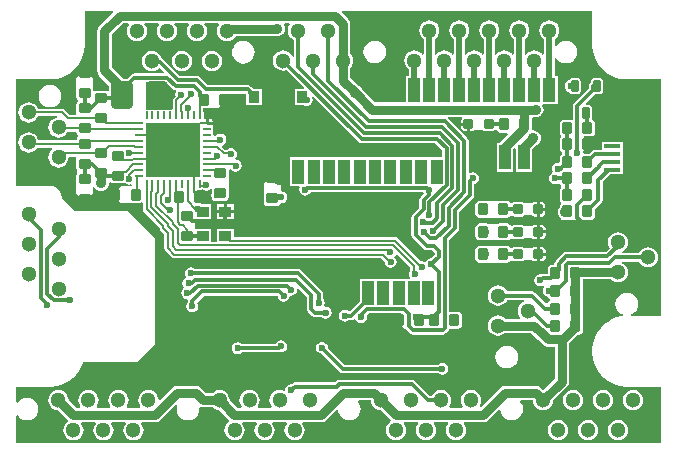
<source format=gtl>
G04*
G04 #@! TF.GenerationSoftware,Altium Limited,Altium Designer,18.1.7 (191)*
G04*
G04 Layer_Physical_Order=1*
G04 Layer_Color=255*
%FSLAX43Y43*%
%MOMM*%
G71*
G01*
G75*
%ADD14C,0.500*%
%ADD15C,0.200*%
%ADD32R,1.000X2.000*%
G04:AMPARAMS|DCode=33|XSize=1mm|YSize=0.9mm|CornerRadius=0.113mm|HoleSize=0mm|Usage=FLASHONLY|Rotation=90.000|XOffset=0mm|YOffset=0mm|HoleType=Round|Shape=RoundedRectangle|*
%AMROUNDEDRECTD33*
21,1,1.000,0.675,0,0,90.0*
21,1,0.775,0.900,0,0,90.0*
1,1,0.225,0.338,0.388*
1,1,0.225,0.338,-0.388*
1,1,0.225,-0.338,-0.388*
1,1,0.225,-0.338,0.388*
%
%ADD33ROUNDEDRECTD33*%
G04:AMPARAMS|DCode=34|XSize=2.3mm|YSize=1.8mm|CornerRadius=0.225mm|HoleSize=0mm|Usage=FLASHONLY|Rotation=90.000|XOffset=0mm|YOffset=0mm|HoleType=Round|Shape=RoundedRectangle|*
%AMROUNDEDRECTD34*
21,1,2.300,1.350,0,0,90.0*
21,1,1.850,1.800,0,0,90.0*
1,1,0.450,0.675,0.925*
1,1,0.450,0.675,-0.925*
1,1,0.450,-0.675,-0.925*
1,1,0.450,-0.675,0.925*
%
%ADD34ROUNDEDRECTD34*%
G04:AMPARAMS|DCode=35|XSize=0.25mm|YSize=0.6mm|CornerRadius=0.05mm|HoleSize=0mm|Usage=FLASHONLY|Rotation=0.000|XOffset=0mm|YOffset=0mm|HoleType=Round|Shape=RoundedRectangle|*
%AMROUNDEDRECTD35*
21,1,0.250,0.500,0,0,0.0*
21,1,0.150,0.600,0,0,0.0*
1,1,0.100,0.075,-0.250*
1,1,0.100,-0.075,-0.250*
1,1,0.100,-0.075,0.250*
1,1,0.100,0.075,0.250*
%
%ADD35ROUNDEDRECTD35*%
G04:AMPARAMS|DCode=36|XSize=0.25mm|YSize=0.6mm|CornerRadius=0.05mm|HoleSize=0mm|Usage=FLASHONLY|Rotation=270.000|XOffset=0mm|YOffset=0mm|HoleType=Round|Shape=RoundedRectangle|*
%AMROUNDEDRECTD36*
21,1,0.250,0.500,0,0,270.0*
21,1,0.150,0.600,0,0,270.0*
1,1,0.100,-0.250,-0.075*
1,1,0.100,-0.250,0.075*
1,1,0.100,0.250,0.075*
1,1,0.100,0.250,-0.075*
%
%ADD36ROUNDEDRECTD36*%
%ADD37R,4.600X4.600*%
G04:AMPARAMS|DCode=38|XSize=1mm|YSize=0.9mm|CornerRadius=0.113mm|HoleSize=0mm|Usage=FLASHONLY|Rotation=180.000|XOffset=0mm|YOffset=0mm|HoleType=Round|Shape=RoundedRectangle|*
%AMROUNDEDRECTD38*
21,1,1.000,0.675,0,0,180.0*
21,1,0.775,0.900,0,0,180.0*
1,1,0.225,-0.388,0.338*
1,1,0.225,0.388,0.338*
1,1,0.225,0.388,-0.338*
1,1,0.225,-0.388,-0.338*
%
%ADD38ROUNDEDRECTD38*%
%ADD39R,1.000X0.900*%
%ADD40R,0.900X1.000*%
G04:AMPARAMS|DCode=41|XSize=0.6mm|YSize=1mm|CornerRadius=0.075mm|HoleSize=0mm|Usage=FLASHONLY|Rotation=180.000|XOffset=0mm|YOffset=0mm|HoleType=Round|Shape=RoundedRectangle|*
%AMROUNDEDRECTD41*
21,1,0.600,0.850,0,0,180.0*
21,1,0.450,1.000,0,0,180.0*
1,1,0.150,-0.225,0.425*
1,1,0.150,0.225,0.425*
1,1,0.150,0.225,-0.425*
1,1,0.150,-0.225,-0.425*
%
%ADD41ROUNDEDRECTD41*%
G04:AMPARAMS|DCode=42|XSize=0.8mm|YSize=0.8mm|CornerRadius=0.1mm|HoleSize=0mm|Usage=FLASHONLY|Rotation=0.000|XOffset=0mm|YOffset=0mm|HoleType=Round|Shape=RoundedRectangle|*
%AMROUNDEDRECTD42*
21,1,0.800,0.600,0,0,0.0*
21,1,0.600,0.800,0,0,0.0*
1,1,0.200,0.300,-0.300*
1,1,0.200,-0.300,-0.300*
1,1,0.200,-0.300,0.300*
1,1,0.200,0.300,0.300*
%
%ADD42ROUNDEDRECTD42*%
%ADD43R,1.400X0.400*%
%ADD44R,1.900X2.300*%
%ADD45R,1.900X1.800*%
%ADD46C,0.300*%
%ADD47C,0.800*%
%ADD48C,1.300*%
%ADD49C,0.600*%
%ADD50C,0.900*%
G36*
X23411Y35651D02*
X23348Y35569D01*
X23262Y35362D01*
X23233Y35140D01*
X23262Y34918D01*
X23348Y34711D01*
X23484Y34534D01*
X23661Y34398D01*
X23733Y34368D01*
Y32949D01*
X23606Y32923D01*
X23562Y33029D01*
X23426Y33206D01*
X23249Y33342D01*
X23042Y33428D01*
X22820Y33457D01*
X22598Y33428D01*
X22391Y33342D01*
X22214Y33206D01*
X22078Y33029D01*
X21992Y32822D01*
X21963Y32600D01*
X21992Y32378D01*
X22078Y32171D01*
X22214Y31994D01*
X22391Y31858D01*
X22598Y31772D01*
X22820Y31743D01*
X23042Y31772D01*
X23114Y31802D01*
X24598Y30317D01*
X24549Y30200D01*
X23800D01*
Y28800D01*
X24576D01*
X24605Y28781D01*
X24800Y28742D01*
X24995Y28781D01*
X25024Y28800D01*
X25100D01*
Y28851D01*
X25160Y28891D01*
X25271Y29057D01*
X25310Y29252D01*
X25271Y29447D01*
X25235Y29501D01*
X25333Y29582D01*
X29194Y25721D01*
X29310Y25644D01*
X29446Y25617D01*
X35695D01*
X36293Y25019D01*
Y24400D01*
X24327D01*
X24295Y24421D01*
X24100Y24460D01*
X23905Y24421D01*
X23873Y24400D01*
X23400D01*
Y22000D01*
X24157D01*
X24216Y21888D01*
X24205Y21871D01*
X24166Y21676D01*
X24205Y21481D01*
X24316Y21316D01*
X24481Y21205D01*
X24676Y21166D01*
X24871Y21205D01*
X25037Y21316D01*
X25147Y21481D01*
X25150Y21493D01*
X34653D01*
X34656Y21481D01*
X34739Y21356D01*
X34448Y21064D01*
X34370Y20949D01*
X34343Y20812D01*
Y20149D01*
X33766Y19573D01*
X33689Y19457D01*
X33662Y19320D01*
Y17831D01*
X33689Y17695D01*
X33766Y17579D01*
X34714Y16631D01*
X34830Y16554D01*
X34967Y16526D01*
X35394D01*
X35628Y16292D01*
Y16157D01*
X35331Y15860D01*
X35327Y15861D01*
X35132Y15822D01*
X34966Y15711D01*
X34856Y15546D01*
X34803Y15524D01*
X34722Y15578D01*
X34527Y15617D01*
X34476Y15607D01*
X32516Y17566D01*
X32417Y17633D01*
X32300Y17656D01*
X32300Y17656D01*
X18609D01*
Y18362D01*
X17209D01*
Y17256D01*
X16709D01*
Y18362D01*
X15375D01*
Y18960D01*
X15292Y19042D01*
X15352Y19163D01*
X16709D01*
Y20462D01*
X15902D01*
X15834Y20508D01*
X15639Y20547D01*
X15574Y20534D01*
X15450Y20639D01*
Y21540D01*
X15530Y21639D01*
X15577Y21665D01*
X15675Y21645D01*
X15825D01*
X15923Y21665D01*
X15967Y21694D01*
X16007D01*
X16105Y21629D01*
X16300Y21590D01*
X16495Y21629D01*
X16660Y21740D01*
X16681Y21770D01*
X16800Y21720D01*
X16794Y21688D01*
Y21417D01*
X16779Y21395D01*
X16740Y21200D01*
X16779Y21005D01*
X16802Y20970D01*
X16818Y20891D01*
X16887Y20787D01*
X16991Y20718D01*
X17112Y20694D01*
X17231D01*
X17250Y20690D01*
X17269Y20694D01*
X17888D01*
X18009Y20718D01*
X18113Y20787D01*
X18182Y20891D01*
X18206Y21013D01*
Y21688D01*
X18186Y21786D01*
X18200Y21800D01*
Y22600D01*
X18186Y22614D01*
X18206Y22712D01*
Y23309D01*
X18314Y23419D01*
X18328Y23423D01*
X18385Y23421D01*
X18439Y23339D01*
X18605Y23229D01*
X18800Y23190D01*
X18995Y23229D01*
X19160Y23339D01*
X19271Y23505D01*
X19310Y23700D01*
X19271Y23895D01*
X19160Y24060D01*
X18995Y24171D01*
X18800Y24210D01*
X18793Y24208D01*
X18743Y24328D01*
X18760Y24340D01*
X18871Y24505D01*
X18910Y24700D01*
X18871Y24895D01*
X18760Y25060D01*
X18595Y25171D01*
X18400Y25210D01*
X18205Y25171D01*
X18040Y25060D01*
X17918Y25063D01*
X17676Y25305D01*
X17717Y25444D01*
X17860Y25540D01*
X17971Y25705D01*
X18010Y25900D01*
X17971Y26095D01*
X17860Y26260D01*
X17695Y26371D01*
X17500Y26410D01*
X17305Y26371D01*
X17140Y26260D01*
X17098Y26199D01*
X17019Y26193D01*
X16905Y26302D01*
Y26375D01*
X16885Y26473D01*
X16834Y26550D01*
X16885Y26627D01*
X16905Y26725D01*
Y26875D01*
X16885Y26973D01*
X16834Y27050D01*
X16885Y27127D01*
X16895Y27175D01*
X16400D01*
Y27300D01*
X16275D01*
Y27630D01*
X16195D01*
X16124Y27674D01*
X16080Y27745D01*
Y28200D01*
X16060Y28298D01*
X16056Y28304D01*
Y28594D01*
X16438D01*
X16536Y28614D01*
X16550Y28600D01*
X17350D01*
X17550Y28800D01*
Y29793D01*
X19679D01*
X19700Y29689D01*
Y28800D01*
X21000D01*
Y30200D01*
X20320D01*
X20117Y30402D01*
X20001Y30480D01*
X19865Y30507D01*
X16441D01*
X15745Y31204D01*
X15629Y31281D01*
X15492Y31308D01*
X14067D01*
X12623Y32752D01*
X12507Y32830D01*
X12498Y32832D01*
X12432Y32989D01*
X12296Y33166D01*
X12119Y33302D01*
X11912Y33388D01*
X11690Y33417D01*
X11468Y33388D01*
X11261Y33302D01*
X11084Y33166D01*
X10948Y32989D01*
X10862Y32782D01*
X10833Y32560D01*
X10862Y32338D01*
X10948Y32131D01*
X11084Y31954D01*
X11261Y31818D01*
X11468Y31732D01*
X11690Y31703D01*
X11912Y31732D01*
X12119Y31818D01*
X12296Y31954D01*
X12405Y31961D01*
X12741Y31624D01*
X12693Y31507D01*
X10215D01*
X10079Y31480D01*
X9963Y31402D01*
X9569Y31008D01*
X9291D01*
X8287Y32013D01*
Y34822D01*
X9243Y35778D01*
X9709D01*
X9772Y35651D01*
X9678Y35529D01*
X9592Y35322D01*
X9563Y35100D01*
X9592Y34878D01*
X9678Y34671D01*
X9814Y34494D01*
X9991Y34358D01*
X10198Y34272D01*
X10420Y34243D01*
X10642Y34272D01*
X10849Y34358D01*
X11026Y34494D01*
X11162Y34671D01*
X11248Y34878D01*
X11277Y35100D01*
X11248Y35322D01*
X11162Y35529D01*
X11068Y35651D01*
X11131Y35778D01*
X12249D01*
X12312Y35651D01*
X12218Y35529D01*
X12132Y35322D01*
X12103Y35100D01*
X12132Y34878D01*
X12218Y34671D01*
X12354Y34494D01*
X12531Y34358D01*
X12738Y34272D01*
X12960Y34243D01*
X13182Y34272D01*
X13389Y34358D01*
X13566Y34494D01*
X13702Y34671D01*
X13788Y34878D01*
X13817Y35100D01*
X13788Y35322D01*
X13702Y35529D01*
X13608Y35651D01*
X13671Y35778D01*
X14789D01*
X14852Y35651D01*
X14758Y35529D01*
X14672Y35322D01*
X14643Y35100D01*
X14672Y34878D01*
X14758Y34671D01*
X14894Y34494D01*
X15071Y34358D01*
X15278Y34272D01*
X15500Y34243D01*
X15722Y34272D01*
X15929Y34358D01*
X16106Y34494D01*
X16242Y34671D01*
X16328Y34878D01*
X16357Y35100D01*
X16328Y35322D01*
X16242Y35529D01*
X16148Y35651D01*
X16211Y35778D01*
X17329D01*
X17392Y35651D01*
X17298Y35529D01*
X17212Y35322D01*
X17183Y35100D01*
X17212Y34878D01*
X17298Y34671D01*
X17434Y34494D01*
X17611Y34358D01*
X17818Y34272D01*
X18040Y34243D01*
X18262Y34272D01*
X18469Y34358D01*
X18646Y34494D01*
X18782Y34671D01*
X18789Y34688D01*
X22103D01*
X22155Y34667D01*
X22325Y34644D01*
X22495Y34667D01*
X22653Y34732D01*
X22789Y34836D01*
X22893Y34972D01*
X22958Y35130D01*
X22981Y35300D01*
X22958Y35470D01*
X22893Y35628D01*
X22875Y35651D01*
X22937Y35778D01*
X23348D01*
X23411Y35651D01*
D02*
G37*
G36*
X8365Y36796D02*
X8414Y36679D01*
X7242Y35508D01*
X7110Y35309D01*
X7063Y35075D01*
Y31760D01*
X7110Y31525D01*
X7242Y31327D01*
X8092Y30478D01*
Y30056D01*
X7965Y29995D01*
X7909Y30032D01*
X7787Y30056D01*
X7012D01*
X6891Y30032D01*
X6833Y29993D01*
X6706Y30053D01*
Y30188D01*
X6686Y30286D01*
X6700Y30300D01*
Y31100D01*
X6500Y31300D01*
X5500D01*
X5300Y31100D01*
Y30300D01*
X5314Y30286D01*
X5294Y30188D01*
Y29513D01*
X5318Y29391D01*
X5387Y29287D01*
X5403Y29276D01*
Y29124D01*
X5387Y29113D01*
X5318Y29009D01*
X5294Y28888D01*
Y28212D01*
X5311Y28128D01*
X5253Y28006D01*
X4727D01*
X4306Y28426D01*
X4207Y28493D01*
X4090Y28516D01*
X4090Y28516D01*
X2053D01*
X2002Y28639D01*
X1866Y28816D01*
X1689Y28952D01*
X1482Y29038D01*
X1260Y29067D01*
X1038Y29038D01*
X831Y28952D01*
X654Y28816D01*
X518Y28639D01*
X432Y28432D01*
X403Y28210D01*
X432Y27988D01*
X518Y27781D01*
X654Y27604D01*
X831Y27468D01*
X1038Y27382D01*
X1260Y27353D01*
X1482Y27382D01*
X1689Y27468D01*
X1866Y27604D01*
X2002Y27781D01*
X2053Y27904D01*
X3638D01*
X3646Y27777D01*
X3578Y27768D01*
X3371Y27682D01*
X3194Y27546D01*
X3058Y27369D01*
X2972Y27162D01*
X2943Y26940D01*
X2972Y26718D01*
X3058Y26511D01*
X3194Y26334D01*
X3371Y26198D01*
X3578Y26112D01*
X3800Y26083D01*
X4022Y26112D01*
X4229Y26198D01*
X4406Y26334D01*
X4542Y26511D01*
X4556Y26544D01*
X5294D01*
Y26513D01*
X5318Y26391D01*
X5387Y26287D01*
X5411Y26271D01*
Y26119D01*
X5387Y26103D01*
X5318Y25999D01*
X5294Y25878D01*
Y25846D01*
X2094D01*
X2088Y25892D01*
X2002Y26099D01*
X1866Y26276D01*
X1689Y26412D01*
X1482Y26498D01*
X1260Y26527D01*
X1038Y26498D01*
X831Y26412D01*
X654Y26276D01*
X518Y26099D01*
X432Y25892D01*
X403Y25670D01*
X432Y25448D01*
X518Y25241D01*
X654Y25064D01*
X831Y24928D01*
X1038Y24842D01*
X1260Y24813D01*
X1482Y24842D01*
X1689Y24928D01*
X1866Y25064D01*
X1997Y25234D01*
X3282D01*
X3325Y25107D01*
X3194Y25006D01*
X3058Y24829D01*
X2972Y24622D01*
X2943Y24400D01*
X2972Y24178D01*
X3058Y23971D01*
X3194Y23794D01*
X3371Y23658D01*
X3578Y23572D01*
X3800Y23543D01*
X4022Y23572D01*
X4229Y23658D01*
X4406Y23794D01*
X4542Y23971D01*
X4628Y24178D01*
X4657Y24400D01*
X4696Y24444D01*
X5300D01*
Y24290D01*
X5314Y24276D01*
X5294Y24177D01*
Y23503D01*
X5318Y23381D01*
X5387Y23277D01*
X5396Y23271D01*
Y23119D01*
X5387Y23113D01*
X5318Y23009D01*
X5294Y22888D01*
Y22212D01*
X5314Y22114D01*
X5300Y22100D01*
Y21300D01*
X5500Y21100D01*
X6500D01*
X6700Y21300D01*
Y21860D01*
X6827Y21885D01*
X6832Y21872D01*
X6936Y21736D01*
X7072Y21632D01*
X7230Y21567D01*
X7400Y21544D01*
X7570Y21567D01*
X7728Y21632D01*
X7864Y21736D01*
X7968Y21872D01*
X8033Y22030D01*
X8056Y22200D01*
X8046Y22269D01*
X8169Y22315D01*
X8187Y22287D01*
X8291Y22218D01*
X8413Y22194D01*
X9188D01*
X9309Y22218D01*
X9409Y22285D01*
X9439Y22239D01*
X9605Y22129D01*
X9800Y22090D01*
X9909Y22112D01*
X10015Y22014D01*
X10001Y21960D01*
X9975D01*
X9876Y21940D01*
X9863Y21954D01*
X9063D01*
X8863Y21754D01*
Y20754D01*
X9063Y20554D01*
X9863D01*
X9876Y20567D01*
X9975Y20548D01*
X10650D01*
X10772Y20572D01*
X10817Y20602D01*
X10944Y20534D01*
Y19997D01*
X10944Y19997D01*
X10967Y19880D01*
X11034Y19780D01*
X12369Y18445D01*
Y18404D01*
X12369Y18404D01*
X12392Y18287D01*
X12459Y18188D01*
X12744Y17903D01*
Y16700D01*
X12744Y16700D01*
X12767Y16583D01*
X12834Y16484D01*
X13384Y15934D01*
X13483Y15867D01*
X13600Y15844D01*
X13600Y15844D01*
X31098D01*
X31402Y15540D01*
X31439Y15355D01*
X31550Y15190D01*
X31715Y15079D01*
X31910Y15040D01*
X32105Y15079D01*
X32270Y15190D01*
X32381Y15355D01*
X32420Y15550D01*
X32381Y15745D01*
X32294Y15876D01*
X32235Y15990D01*
X32334Y16138D01*
X32468Y16184D01*
X33544Y15108D01*
Y14778D01*
X33506Y14721D01*
X33467Y14526D01*
X33506Y14331D01*
X33575Y14227D01*
X33507Y14100D01*
X29300D01*
Y12209D01*
X28519Y11428D01*
X28410Y11362D01*
X28245Y11473D01*
X28050Y11511D01*
X27855Y11473D01*
X27690Y11362D01*
X27579Y11197D01*
X27540Y11002D01*
X27579Y10806D01*
X27690Y10641D01*
X27855Y10531D01*
X28050Y10492D01*
X28245Y10531D01*
X28410Y10641D01*
X28413Y10645D01*
X28597D01*
X28734Y10672D01*
X28795Y10713D01*
X28915Y10692D01*
X28945Y10665D01*
X29040Y10525D01*
X29205Y10414D01*
X29400Y10375D01*
X29595Y10414D01*
X29760Y10525D01*
X29871Y10690D01*
X29910Y10885D01*
X29882Y11027D01*
X30048Y11193D01*
X32765D01*
X32851Y11100D01*
Y10100D01*
X33051Y9900D01*
X33137D01*
X33174Y9843D01*
X33520Y9498D01*
X33636Y9420D01*
X33772Y9393D01*
X36310D01*
X36447Y9420D01*
X36562Y9498D01*
X36737Y9673D01*
X36815Y9788D01*
X36837Y9900D01*
X36860D01*
X36874Y9914D01*
X36972Y9894D01*
X37647D01*
X37769Y9918D01*
X37873Y9987D01*
X37942Y10091D01*
X37966Y10213D01*
Y10988D01*
X37942Y11109D01*
X37873Y11213D01*
X37769Y11282D01*
X37647Y11306D01*
X37314D01*
X37310Y11307D01*
X37306Y11306D01*
X36972D01*
X36969Y11305D01*
X36842Y11406D01*
Y17411D01*
X37602Y18171D01*
X37680Y18287D01*
X37707Y18424D01*
Y19779D01*
X38902Y20974D01*
X38980Y21090D01*
X39007Y21227D01*
Y22162D01*
X39097Y22180D01*
X39262Y22291D01*
X39373Y22456D01*
X39412Y22651D01*
X39373Y22846D01*
X39262Y23012D01*
X39097Y23122D01*
X38902Y23161D01*
X38707Y23122D01*
X38634Y23073D01*
X38507Y23141D01*
Y25809D01*
X38480Y25945D01*
X38402Y26061D01*
X36755Y27708D01*
X36769Y27780D01*
X36803Y27835D01*
X37905D01*
X37920Y27818D01*
X37962Y27708D01*
X37917Y27642D01*
X37894Y27525D01*
Y27350D01*
X38500D01*
Y27225D01*
X38625D01*
Y26619D01*
X38800D01*
X38917Y26642D01*
X39016Y26709D01*
X39027Y26725D01*
X39673D01*
X39684Y26709D01*
X39783Y26642D01*
X39900Y26619D01*
X40500D01*
X40617Y26642D01*
X40716Y26709D01*
X40750Y26759D01*
X40885Y26732D01*
X40893Y26691D01*
X40962Y26587D01*
X41066Y26518D01*
X41188Y26494D01*
X41801D01*
X41854Y26367D01*
X41167Y25681D01*
X41113Y25600D01*
X40900D01*
Y23200D01*
X42300D01*
Y25082D01*
X42389Y25156D01*
X42500Y25109D01*
Y23200D01*
X43900D01*
Y25085D01*
X44251Y25436D01*
X44303Y25457D01*
X44439Y25561D01*
X44543Y25697D01*
X44608Y25855D01*
X44631Y26025D01*
X44608Y26195D01*
X44543Y26353D01*
X44439Y26489D01*
X44303Y26593D01*
X44145Y26658D01*
X43984Y26679D01*
X43973Y26683D01*
X43878Y26796D01*
X43881Y26812D01*
Y27587D01*
X43857Y27709D01*
X43879Y27769D01*
X44022Y27817D01*
X44030Y27814D01*
X44200Y27792D01*
X44370Y27814D01*
X44528Y27879D01*
X44664Y27984D01*
X44768Y28119D01*
X44833Y28277D01*
X44856Y28447D01*
X44833Y28617D01*
X44768Y28775D01*
X44759Y28786D01*
X44815Y28900D01*
X46050D01*
Y31300D01*
X45809D01*
Y32806D01*
X45856Y32830D01*
X45936Y32841D01*
X46072Y32662D01*
X46271Y32510D01*
X46502Y32414D01*
X46750Y32382D01*
X46998Y32414D01*
X47229Y32510D01*
X47428Y32662D01*
X47580Y32861D01*
X47676Y33092D01*
X47708Y33340D01*
X47676Y33588D01*
X47580Y33819D01*
X47428Y34018D01*
X47229Y34170D01*
X46998Y34266D01*
X46750Y34298D01*
X46502Y34266D01*
X46271Y34170D01*
X46072Y34018D01*
X45936Y33839D01*
X45856Y33850D01*
X45809Y33874D01*
Y34421D01*
X45956Y34534D01*
X46092Y34711D01*
X46178Y34918D01*
X46207Y35140D01*
X46178Y35362D01*
X46092Y35569D01*
X45956Y35746D01*
X45779Y35882D01*
X45572Y35968D01*
X45350Y35997D01*
X45128Y35968D01*
X44921Y35882D01*
X44744Y35746D01*
X44608Y35569D01*
X44522Y35362D01*
X44493Y35140D01*
X44522Y34918D01*
X44608Y34711D01*
X44744Y34534D01*
X44891Y34421D01*
Y33148D01*
X44764Y33105D01*
X44686Y33206D01*
X44509Y33342D01*
X44302Y33428D01*
X44080Y33457D01*
X43858Y33428D01*
X43651Y33342D01*
X43474Y33206D01*
X43396Y33105D01*
X43269Y33148D01*
Y34421D01*
X43416Y34534D01*
X43552Y34711D01*
X43638Y34918D01*
X43667Y35140D01*
X43638Y35362D01*
X43552Y35569D01*
X43416Y35746D01*
X43239Y35882D01*
X43032Y35968D01*
X42810Y35997D01*
X42588Y35968D01*
X42381Y35882D01*
X42204Y35746D01*
X42068Y35569D01*
X41982Y35362D01*
X41953Y35140D01*
X41982Y34918D01*
X42068Y34711D01*
X42204Y34534D01*
X42351Y34421D01*
Y33148D01*
X42224Y33105D01*
X42146Y33206D01*
X41969Y33342D01*
X41762Y33428D01*
X41540Y33457D01*
X41318Y33428D01*
X41111Y33342D01*
X40934Y33206D01*
X40856Y33105D01*
X40729Y33148D01*
Y34421D01*
X40876Y34534D01*
X41012Y34711D01*
X41098Y34918D01*
X41127Y35140D01*
X41098Y35362D01*
X41012Y35569D01*
X40876Y35746D01*
X40699Y35882D01*
X40492Y35968D01*
X40270Y35997D01*
X40048Y35968D01*
X39841Y35882D01*
X39664Y35746D01*
X39528Y35569D01*
X39442Y35362D01*
X39413Y35140D01*
X39442Y34918D01*
X39528Y34711D01*
X39664Y34534D01*
X39811Y34421D01*
Y33148D01*
X39684Y33105D01*
X39606Y33206D01*
X39429Y33342D01*
X39222Y33428D01*
X39000Y33457D01*
X38778Y33428D01*
X38571Y33342D01*
X38394Y33206D01*
X38316Y33105D01*
X38189Y33148D01*
Y34421D01*
X38336Y34534D01*
X38472Y34711D01*
X38558Y34918D01*
X38587Y35140D01*
X38558Y35362D01*
X38472Y35569D01*
X38336Y35746D01*
X38159Y35882D01*
X37952Y35968D01*
X37730Y35997D01*
X37508Y35968D01*
X37301Y35882D01*
X37124Y35746D01*
X36988Y35569D01*
X36902Y35362D01*
X36873Y35140D01*
X36902Y34918D01*
X36988Y34711D01*
X37124Y34534D01*
X37271Y34421D01*
Y33148D01*
X37144Y33105D01*
X37066Y33206D01*
X36889Y33342D01*
X36682Y33428D01*
X36460Y33457D01*
X36238Y33428D01*
X36031Y33342D01*
X35854Y33206D01*
X35776Y33105D01*
X35649Y33148D01*
Y34421D01*
X35796Y34534D01*
X35932Y34711D01*
X36018Y34918D01*
X36047Y35140D01*
X36018Y35362D01*
X35932Y35569D01*
X35796Y35746D01*
X35619Y35882D01*
X35412Y35968D01*
X35190Y35997D01*
X34968Y35968D01*
X34761Y35882D01*
X34584Y35746D01*
X34448Y35569D01*
X34362Y35362D01*
X34333Y35140D01*
X34362Y34918D01*
X34448Y34711D01*
X34584Y34534D01*
X34731Y34421D01*
Y33148D01*
X34604Y33105D01*
X34526Y33206D01*
X34349Y33342D01*
X34142Y33428D01*
X33920Y33457D01*
X33698Y33428D01*
X33491Y33342D01*
X33314Y33206D01*
X33178Y33029D01*
X33092Y32822D01*
X33063Y32600D01*
X33092Y32378D01*
X33178Y32171D01*
X33314Y31994D01*
X33461Y31881D01*
Y31300D01*
X33220D01*
Y29059D01*
X30606D01*
X29476Y30190D01*
X29468Y30208D01*
X29364Y30344D01*
X29228Y30448D01*
X29209Y30456D01*
X28512Y31153D01*
Y32001D01*
X28642Y32171D01*
X28728Y32378D01*
X28757Y32600D01*
X28728Y32822D01*
X28642Y33029D01*
X28512Y33199D01*
Y35700D01*
X28465Y35934D01*
X28333Y36133D01*
X27786Y36679D01*
X27835Y36796D01*
X49000Y36796D01*
Y34000D01*
Y33803D01*
X49051Y33413D01*
X49153Y33034D01*
X49304Y32670D01*
X49500Y32330D01*
X49740Y32018D01*
X50018Y31740D01*
X50330Y31500D01*
X50670Y31304D01*
X51034Y31153D01*
X51413Y31051D01*
X51803Y31000D01*
X52000D01*
X52000Y31000D01*
X54796Y31000D01*
X54796Y11000D01*
X52300Y11000D01*
X52275Y11127D01*
X52379Y11170D01*
X52578Y11322D01*
X52730Y11521D01*
X52826Y11752D01*
X52858Y12000D01*
X52826Y12248D01*
X52730Y12479D01*
X52578Y12678D01*
X52379Y12830D01*
X52148Y12926D01*
X51900Y12958D01*
X51652Y12926D01*
X51421Y12830D01*
X51222Y12678D01*
X51070Y12479D01*
X50974Y12248D01*
X50942Y12000D01*
X50974Y11752D01*
X51070Y11521D01*
X51222Y11322D01*
X51421Y11170D01*
X51590Y11100D01*
X51573Y10970D01*
X51413Y10949D01*
X51034Y10847D01*
X50670Y10696D01*
X50330Y10500D01*
X50018Y10260D01*
X49740Y9982D01*
X49500Y9670D01*
X49304Y9330D01*
X49153Y8966D01*
X49051Y8587D01*
X49000Y8197D01*
X49000Y8000D01*
X49000Y7803D01*
X49051Y7413D01*
X49153Y7034D01*
X49304Y6670D01*
X49500Y6330D01*
X49740Y6018D01*
X50018Y5740D01*
X50330Y5500D01*
X50670Y5304D01*
X51034Y5153D01*
X51413Y5051D01*
X51803Y5000D01*
X52000Y5000D01*
X54796Y5000D01*
X54796Y204D01*
X204D01*
Y2525D01*
X331Y2568D01*
X442Y2422D01*
X641Y2270D01*
X872Y2174D01*
X1120Y2142D01*
X1368Y2174D01*
X1599Y2270D01*
X1798Y2422D01*
X1950Y2621D01*
X2046Y2852D01*
X2078Y3100D01*
X2046Y3348D01*
X1950Y3579D01*
X1798Y3778D01*
X1599Y3930D01*
X1368Y4026D01*
X1120Y4058D01*
X872Y4026D01*
X641Y3930D01*
X442Y3778D01*
X331Y3632D01*
X204Y3675D01*
Y5000D01*
X3000D01*
X3197Y5000D01*
X3587Y5051D01*
X3966Y5153D01*
X4330Y5304D01*
X4670Y5500D01*
X4982Y5740D01*
X5260Y6018D01*
X5500Y6330D01*
X5696Y6670D01*
X5847Y7034D01*
X5865Y7100D01*
X10500D01*
X12000Y8600D01*
X12000Y17557D01*
X9707Y19850D01*
X5150Y19850D01*
X4047Y20953D01*
X4058Y21040D01*
X4026Y21288D01*
X3930Y21519D01*
X3778Y21718D01*
X3579Y21870D01*
X3348Y21966D01*
X3100Y21998D01*
X3013Y21987D01*
X3000Y22000D01*
X204D01*
Y31000D01*
X3000D01*
X3197Y31000D01*
X3587Y31051D01*
X3966Y31153D01*
X4330Y31304D01*
X4670Y31500D01*
X4982Y31740D01*
X5260Y32018D01*
X5500Y32330D01*
X5696Y32670D01*
X5847Y33034D01*
X5949Y33413D01*
X6000Y33803D01*
X6000Y34000D01*
X6000Y34000D01*
X6000D01*
Y36796D01*
X8365D01*
D02*
G37*
G36*
X13459Y30199D02*
X13575Y30122D01*
X13712Y30095D01*
X13777Y29968D01*
X13730Y29897D01*
X13691Y29701D01*
X13704Y29637D01*
X13534Y29467D01*
X13467Y29368D01*
X13444Y29251D01*
X13444Y29251D01*
Y28561D01*
X13325Y28455D01*
X13175D01*
X13077Y28435D01*
X13000Y28384D01*
X12923Y28435D01*
X12825Y28455D01*
X12675D01*
X12577Y28435D01*
X12500Y28384D01*
X12423Y28435D01*
X12325Y28455D01*
X12175D01*
X12077Y28435D01*
X12000Y28384D01*
X11923Y28435D01*
X11825Y28455D01*
X11675D01*
X11577Y28435D01*
X11500Y28384D01*
X11423Y28435D01*
X11325Y28455D01*
X11175D01*
X11158Y28469D01*
Y30793D01*
X12865D01*
X13459Y30199D01*
D02*
G37*
%LPC*%
G36*
X19440Y34258D02*
X19192Y34226D01*
X18961Y34130D01*
X18762Y33978D01*
X18610Y33779D01*
X18514Y33548D01*
X18482Y33300D01*
X18514Y33052D01*
X18610Y32821D01*
X18762Y32622D01*
X18961Y32470D01*
X19192Y32374D01*
X19440Y32342D01*
X19688Y32374D01*
X19919Y32470D01*
X20118Y32622D01*
X20270Y32821D01*
X20366Y33052D01*
X20398Y33300D01*
X20366Y33548D01*
X20270Y33779D01*
X20118Y33978D01*
X19919Y34130D01*
X19688Y34226D01*
X19440Y34258D01*
D02*
G37*
G36*
X16770Y33417D02*
X16548Y33388D01*
X16341Y33302D01*
X16164Y33166D01*
X16028Y32989D01*
X15942Y32782D01*
X15913Y32560D01*
X15942Y32338D01*
X16028Y32131D01*
X16164Y31954D01*
X16341Y31818D01*
X16548Y31732D01*
X16770Y31703D01*
X16992Y31732D01*
X17199Y31818D01*
X17376Y31954D01*
X17512Y32131D01*
X17598Y32338D01*
X17627Y32560D01*
X17598Y32782D01*
X17512Y32989D01*
X17376Y33166D01*
X17199Y33302D01*
X16992Y33388D01*
X16770Y33417D01*
D02*
G37*
G36*
X14230D02*
X14008Y33388D01*
X13801Y33302D01*
X13624Y33166D01*
X13488Y32989D01*
X13402Y32782D01*
X13373Y32560D01*
X13402Y32338D01*
X13488Y32131D01*
X13624Y31954D01*
X13801Y31818D01*
X14008Y31732D01*
X14230Y31703D01*
X14452Y31732D01*
X14659Y31818D01*
X14836Y31954D01*
X14972Y32131D01*
X15058Y32338D01*
X15087Y32560D01*
X15058Y32782D01*
X14972Y32989D01*
X14836Y33166D01*
X14659Y33302D01*
X14452Y33388D01*
X14230Y33417D01*
D02*
G37*
G36*
X16650Y27630D02*
X16525D01*
Y27425D01*
X16895D01*
X16885Y27473D01*
X16830Y27555D01*
X16748Y27610D01*
X16650Y27630D01*
D02*
G37*
G36*
X22400Y22400D02*
X21400D01*
X21200Y22200D01*
Y21400D01*
X21214Y21386D01*
X21194Y21288D01*
Y20612D01*
X21218Y20491D01*
X21287Y20387D01*
X21391Y20318D01*
X21513Y20294D01*
X22288D01*
X22409Y20318D01*
X22513Y20387D01*
X22582Y20491D01*
X22592Y20543D01*
X22667Y20529D01*
X22862Y20567D01*
X23027Y20678D01*
X23138Y20843D01*
X23176Y21038D01*
X23138Y21234D01*
X23027Y21399D01*
X22862Y21509D01*
X22667Y21548D01*
X22600Y21603D01*
Y22200D01*
X22400Y22400D01*
D02*
G37*
G36*
X18609Y20462D02*
X18034D01*
Y19937D01*
X18609D01*
Y20462D01*
D02*
G37*
G36*
X17784D02*
X17209D01*
Y19937D01*
X17784D01*
Y20462D01*
D02*
G37*
G36*
X18609Y19688D02*
X18034D01*
Y19163D01*
X18609D01*
Y19688D01*
D02*
G37*
G36*
X17784D02*
X17209D01*
Y19163D01*
X17784D01*
Y19688D01*
D02*
G37*
G36*
X30570Y34298D02*
X30322Y34266D01*
X30091Y34170D01*
X29892Y34018D01*
X29740Y33819D01*
X29644Y33588D01*
X29612Y33340D01*
X29644Y33092D01*
X29740Y32861D01*
X29892Y32662D01*
X30091Y32510D01*
X30322Y32414D01*
X30570Y32382D01*
X30818Y32414D01*
X31049Y32510D01*
X31248Y32662D01*
X31400Y32861D01*
X31496Y33092D01*
X31528Y33340D01*
X31496Y33588D01*
X31400Y33819D01*
X31248Y34018D01*
X31049Y34170D01*
X30818Y34266D01*
X30570Y34298D01*
D02*
G37*
G36*
X47725Y31155D02*
X47275D01*
X47168Y31134D01*
X47077Y31073D01*
X47016Y30982D01*
X47006Y30931D01*
X46955Y30921D01*
X46790Y30810D01*
X46679Y30645D01*
X46640Y30450D01*
X46679Y30255D01*
X46790Y30090D01*
X46955Y29979D01*
X47006Y29969D01*
X47016Y29918D01*
X47077Y29827D01*
X47168Y29766D01*
X47275Y29745D01*
X47725D01*
X47832Y29766D01*
X47923Y29827D01*
X47984Y29918D01*
X48005Y30025D01*
Y30875D01*
X47984Y30982D01*
X47923Y31073D01*
X47832Y31134D01*
X47725Y31155D01*
D02*
G37*
G36*
X3060Y30568D02*
X2812Y30536D01*
X2581Y30440D01*
X2382Y30288D01*
X2230Y30089D01*
X2134Y29858D01*
X2102Y29610D01*
X2134Y29362D01*
X2230Y29131D01*
X2382Y28932D01*
X2581Y28780D01*
X2812Y28684D01*
X3060Y28652D01*
X3308Y28684D01*
X3539Y28780D01*
X3738Y28932D01*
X3890Y29131D01*
X3986Y29362D01*
X4018Y29610D01*
X3986Y29858D01*
X3890Y30089D01*
X3738Y30288D01*
X3539Y30440D01*
X3308Y30536D01*
X3060Y30568D01*
D02*
G37*
G36*
X49625Y31155D02*
X49175D01*
X49068Y31134D01*
X48977Y31073D01*
X48916Y30982D01*
X48895Y30875D01*
Y30767D01*
X48798Y30702D01*
X48720Y30587D01*
X48693Y30450D01*
Y30264D01*
X47470Y29040D01*
X47392Y28925D01*
X47365Y28788D01*
Y27688D01*
X47238Y27599D01*
X47210Y27605D01*
X46535D01*
X46413Y27581D01*
X46309Y27512D01*
X46240Y27408D01*
X46216Y27286D01*
Y26511D01*
X46240Y26389D01*
X46309Y26286D01*
X46326Y26275D01*
Y26122D01*
X46309Y26112D01*
X46240Y26008D01*
X46216Y25886D01*
Y25111D01*
X46240Y24989D01*
X46309Y24886D01*
X46392Y24831D01*
X46403Y24763D01*
Y24759D01*
X46392Y24692D01*
X46309Y24637D01*
X46240Y24533D01*
X46216Y24411D01*
Y24033D01*
X46118Y23953D01*
X46077Y23961D01*
X45882Y23922D01*
X45717Y23812D01*
X45606Y23646D01*
X45567Y23451D01*
X45606Y23256D01*
X45618Y23239D01*
X45571Y23081D01*
X45467Y23012D01*
X45356Y22846D01*
X45317Y22651D01*
X45356Y22456D01*
X45467Y22291D01*
X45632Y22180D01*
X45827Y22141D01*
X46022Y22180D01*
X46093Y22227D01*
X46097Y22228D01*
X46229Y22171D01*
X46240Y22114D01*
X46309Y22011D01*
X46326Y22000D01*
Y21847D01*
X46309Y21837D01*
X46240Y21733D01*
X46216Y21611D01*
Y20836D01*
X46240Y20714D01*
X46309Y20611D01*
X46321Y20604D01*
Y20451D01*
X46299Y20437D01*
X46230Y20333D01*
X46210Y20229D01*
X46132Y20128D01*
X46067Y19970D01*
X46044Y19800D01*
X46067Y19630D01*
X46132Y19472D01*
X46222Y19355D01*
X46230Y19314D01*
X46299Y19211D01*
X46403Y19142D01*
X46525Y19118D01*
X47200D01*
X47299Y19137D01*
X47312Y19124D01*
X48112D01*
X48126Y19137D01*
X48225Y19118D01*
X48900D01*
X49022Y19142D01*
X49125Y19211D01*
X49194Y19314D01*
X49218Y19436D01*
Y19975D01*
X49752Y20509D01*
X49830Y20625D01*
X49857Y20762D01*
Y22352D01*
X50478Y22974D01*
X51572D01*
Y23624D01*
Y24274D01*
Y24924D01*
Y25724D01*
X49772D01*
Y25031D01*
X49222D01*
X49086Y25003D01*
X48970Y24926D01*
X48774Y24730D01*
X48353D01*
X48239Y24771D01*
X48214Y24891D01*
X48322Y24999D01*
Y25999D01*
X48255Y26066D01*
X48308Y26193D01*
X48910D01*
X49032Y26217D01*
X49135Y26286D01*
X49204Y26389D01*
X49228Y26511D01*
Y27286D01*
X49204Y27408D01*
X49135Y27512D01*
X49032Y27581D01*
X48934Y27618D01*
X48955Y27725D01*
Y28575D01*
X48934Y28682D01*
X48873Y28773D01*
X48782Y28834D01*
X48675Y28855D01*
X48460D01*
X48411Y28973D01*
X49183Y29745D01*
X49625D01*
X49732Y29766D01*
X49823Y29827D01*
X49884Y29918D01*
X49905Y30025D01*
Y30875D01*
X49884Y30982D01*
X49823Y31073D01*
X49732Y31134D01*
X49625Y31155D01*
D02*
G37*
G36*
X38375Y27100D02*
X37894D01*
Y26925D01*
X37917Y26808D01*
X37984Y26709D01*
X38083Y26642D01*
X38200Y26619D01*
X38375D01*
Y27100D01*
D02*
G37*
G36*
X41787Y20706D02*
X41112D01*
X41014Y20686D01*
X41000Y20700D01*
X40200D01*
X40186Y20686D01*
X40088Y20706D01*
X39412D01*
X39291Y20682D01*
X39187Y20613D01*
X39118Y20509D01*
X39094Y20388D01*
Y19612D01*
X39118Y19491D01*
X39187Y19387D01*
X39291Y19318D01*
X39412Y19294D01*
X39822D01*
X39840Y19290D01*
X39858Y19294D01*
X40088D01*
X40186Y19314D01*
X40200Y19300D01*
X41000D01*
X41014Y19314D01*
X41112Y19294D01*
X41787D01*
X41909Y19318D01*
X42013Y19387D01*
X42054Y19449D01*
X42158Y19477D01*
X42207Y19468D01*
X42283Y19417D01*
X42400Y19394D01*
X43000D01*
X43117Y19417D01*
X43216Y19484D01*
X43227Y19500D01*
X43873D01*
X43884Y19484D01*
X43983Y19417D01*
X44100Y19394D01*
X44275D01*
Y20000D01*
Y20606D01*
X44100D01*
X43983Y20583D01*
X43884Y20516D01*
X43873Y20500D01*
X43227D01*
X43216Y20516D01*
X43117Y20583D01*
X43000Y20606D01*
X42400D01*
X42283Y20583D01*
X42207Y20532D01*
X42158Y20523D01*
X42054Y20551D01*
X42013Y20613D01*
X41909Y20682D01*
X41787Y20706D01*
D02*
G37*
G36*
X44700Y20606D02*
X44525D01*
Y20125D01*
X45006D01*
Y20300D01*
X44983Y20417D01*
X44916Y20516D01*
X44817Y20583D01*
X44700Y20606D01*
D02*
G37*
G36*
X45006Y19875D02*
X44525D01*
Y19394D01*
X44700D01*
X44817Y19417D01*
X44916Y19484D01*
X44983Y19583D01*
X45006Y19700D01*
Y19875D01*
D02*
G37*
G36*
X41787Y18806D02*
X41112D01*
X41014Y18786D01*
X41000Y18800D01*
X40200D01*
X40186Y18786D01*
X40088Y18806D01*
X39412D01*
X39291Y18782D01*
X39187Y18713D01*
X39118Y18609D01*
X39094Y18487D01*
Y17712D01*
X39118Y17591D01*
X39187Y17487D01*
X39291Y17418D01*
X39412Y17394D01*
X40088D01*
X40186Y17414D01*
X40200Y17400D01*
X41000D01*
X41014Y17414D01*
X41112Y17394D01*
X41787D01*
X41909Y17418D01*
X42013Y17487D01*
X42064Y17564D01*
X42184Y17585D01*
X42204Y17584D01*
X42303Y17517D01*
X42420Y17494D01*
X43020D01*
X43137Y17517D01*
X43236Y17584D01*
X43247Y17600D01*
X43893D01*
X43904Y17584D01*
X44003Y17517D01*
X44120Y17494D01*
X44295D01*
Y18100D01*
Y18706D01*
X44120D01*
X44003Y18683D01*
X43904Y18616D01*
X43893Y18600D01*
X43247D01*
X43236Y18616D01*
X43137Y18683D01*
X43020Y18706D01*
X42420D01*
X42303Y18683D01*
X42204Y18616D01*
X42184Y18615D01*
X42064Y18636D01*
X42013Y18713D01*
X41909Y18782D01*
X41787Y18806D01*
D02*
G37*
G36*
X44720Y18706D02*
X44545D01*
Y18225D01*
X45026D01*
Y18400D01*
X45003Y18517D01*
X44936Y18616D01*
X44837Y18683D01*
X44720Y18706D01*
D02*
G37*
G36*
X45026Y17975D02*
X44545D01*
Y17494D01*
X44720D01*
X44837Y17517D01*
X44936Y17584D01*
X45003Y17683D01*
X45026Y17800D01*
Y17975D01*
D02*
G37*
G36*
X41787Y16906D02*
X41112D01*
X41014Y16886D01*
X41000Y16900D01*
X40200D01*
X40186Y16886D01*
X40088Y16906D01*
X39412D01*
X39291Y16882D01*
X39187Y16813D01*
X39118Y16709D01*
X39094Y16587D01*
Y15812D01*
X39118Y15691D01*
X39187Y15587D01*
X39291Y15518D01*
X39412Y15494D01*
X40088D01*
X40186Y15514D01*
X40200Y15500D01*
X41000D01*
X41014Y15514D01*
X41112Y15494D01*
X41787D01*
X41909Y15518D01*
X42013Y15587D01*
X42064Y15664D01*
X42184Y15685D01*
X42204Y15684D01*
X42303Y15617D01*
X42420Y15594D01*
X43020D01*
X43137Y15617D01*
X43236Y15684D01*
X43247Y15700D01*
X43893D01*
X43904Y15684D01*
X44003Y15617D01*
X44120Y15594D01*
X44295D01*
Y16200D01*
Y16806D01*
X44120D01*
X44003Y16783D01*
X43904Y16716D01*
X43893Y16700D01*
X43247D01*
X43236Y16716D01*
X43137Y16783D01*
X43020Y16806D01*
X42420D01*
X42303Y16783D01*
X42204Y16716D01*
X42184Y16715D01*
X42064Y16736D01*
X42013Y16813D01*
X41909Y16882D01*
X41787Y16906D01*
D02*
G37*
G36*
X44720Y16806D02*
X44545D01*
Y16325D01*
X45026D01*
Y16500D01*
X45003Y16617D01*
X44936Y16716D01*
X44837Y16783D01*
X44720Y16806D01*
D02*
G37*
G36*
X45026Y16075D02*
X44545D01*
Y15594D01*
X44720D01*
X44837Y15617D01*
X44936Y15684D01*
X45003Y15783D01*
X45026Y15900D01*
Y16075D01*
D02*
G37*
G36*
X51160Y18067D02*
X50938Y18038D01*
X50731Y17952D01*
X50554Y17816D01*
X50418Y17639D01*
X50332Y17432D01*
X50303Y17210D01*
X50332Y16988D01*
X50418Y16781D01*
X50457Y16730D01*
X50109Y16382D01*
X46770D01*
X46634Y16355D01*
X46518Y16277D01*
X45880Y15639D01*
X45803Y15523D01*
X45775Y15387D01*
Y15306D01*
X45513D01*
X45391Y15282D01*
X45287Y15213D01*
X45218Y15109D01*
X45194Y14988D01*
Y14569D01*
X44812D01*
X44676Y14542D01*
X44621Y14506D01*
X44600Y14510D01*
X44405Y14471D01*
X44239Y14360D01*
X44129Y14195D01*
X44090Y14000D01*
X44129Y13805D01*
X44239Y13639D01*
X44405Y13529D01*
X44600Y13490D01*
X44795Y13529D01*
X44847Y13564D01*
X44922Y13465D01*
X44811Y13299D01*
X44773Y13104D01*
X44811Y12909D01*
X44922Y12744D01*
X45087Y12633D01*
X45215Y12608D01*
X45218Y12591D01*
X45287Y12487D01*
X45391Y12418D01*
X45408Y12415D01*
Y12285D01*
X45391Y12282D01*
X45287Y12213D01*
X45218Y12109D01*
X45211Y12075D01*
X45073Y12033D01*
X44154Y12952D01*
X44038Y13030D01*
X43902Y13057D01*
X41772D01*
X41742Y13129D01*
X41606Y13306D01*
X41429Y13442D01*
X41222Y13528D01*
X41000Y13557D01*
X40778Y13528D01*
X40571Y13442D01*
X40394Y13306D01*
X40258Y13129D01*
X40172Y12922D01*
X40143Y12700D01*
X40172Y12478D01*
X40258Y12271D01*
X40394Y12094D01*
X40571Y11958D01*
X40778Y11872D01*
X41000Y11843D01*
X41222Y11872D01*
X41429Y11958D01*
X41606Y12094D01*
X41742Y12271D01*
X41772Y12343D01*
X43192D01*
X43217Y12216D01*
X43111Y12172D01*
X42934Y12036D01*
X42798Y11859D01*
X42712Y11652D01*
X42683Y11430D01*
X42712Y11208D01*
X42798Y11001D01*
X42892Y10879D01*
X42829Y10752D01*
X41617D01*
X41606Y10766D01*
X41429Y10902D01*
X41222Y10988D01*
X41000Y11017D01*
X40778Y10988D01*
X40571Y10902D01*
X40394Y10766D01*
X40258Y10589D01*
X40172Y10382D01*
X40143Y10160D01*
X40172Y9938D01*
X40258Y9731D01*
X40394Y9554D01*
X40571Y9418D01*
X40778Y9332D01*
X41000Y9303D01*
X41222Y9332D01*
X41429Y9418D01*
X41573Y9528D01*
X43804D01*
X44357Y8975D01*
X44416Y8936D01*
X44785Y8567D01*
X44983Y8435D01*
X45217Y8388D01*
X45801D01*
Y5676D01*
X44830Y4705D01*
X44653Y4883D01*
X44454Y5015D01*
X44220Y5062D01*
X42719D01*
X42719Y5062D01*
X41601D01*
X41367Y5015D01*
X41168Y4883D01*
X39558Y3273D01*
X39512Y3280D01*
X39453Y3409D01*
X39455Y3418D01*
X39538Y3618D01*
X39567Y3840D01*
X39538Y4062D01*
X39452Y4269D01*
X39316Y4446D01*
X39139Y4582D01*
X38932Y4668D01*
X38710Y4697D01*
X38488Y4668D01*
X38281Y4582D01*
X38104Y4446D01*
X37968Y4269D01*
X37882Y4062D01*
X37853Y3840D01*
X37882Y3618D01*
X37968Y3411D01*
X38031Y3329D01*
X37968Y3202D01*
X36912D01*
X36849Y3329D01*
X36912Y3411D01*
X36998Y3618D01*
X37027Y3840D01*
X36998Y4062D01*
X36912Y4269D01*
X36776Y4446D01*
X36599Y4582D01*
X36392Y4668D01*
X36170Y4697D01*
X35948Y4668D01*
X35741Y4582D01*
X35564Y4446D01*
X35428Y4269D01*
X35398Y4197D01*
X35192D01*
X33937Y5452D01*
X33821Y5530D01*
X33684Y5557D01*
X27549D01*
X27413Y5530D01*
X27297Y5452D01*
X27189Y5344D01*
X23793D01*
X23656Y5317D01*
X23541Y5239D01*
X23485Y5184D01*
X23481Y5185D01*
X23286Y5146D01*
X23120Y5035D01*
X23010Y4870D01*
X22977Y4704D01*
X22894Y4638D01*
X22853Y4618D01*
X22732Y4668D01*
X22510Y4697D01*
X22288Y4668D01*
X22081Y4582D01*
X21904Y4446D01*
X21768Y4269D01*
X21682Y4062D01*
X21653Y3840D01*
X21682Y3618D01*
X21768Y3411D01*
X21831Y3329D01*
X21768Y3202D01*
X20712D01*
X20649Y3329D01*
X20712Y3411D01*
X20798Y3618D01*
X20827Y3840D01*
X20798Y4062D01*
X20712Y4269D01*
X20576Y4446D01*
X20399Y4582D01*
X20192Y4668D01*
X19970Y4697D01*
X19748Y4668D01*
X19541Y4582D01*
X19364Y4446D01*
X19228Y4269D01*
X19142Y4062D01*
X19113Y3840D01*
X19142Y3618D01*
X19228Y3411D01*
X19291Y3329D01*
X19228Y3202D01*
X18933D01*
X18286Y3849D01*
X18258Y4062D01*
X18172Y4269D01*
X18036Y4446D01*
X17859Y4582D01*
X17652Y4668D01*
X17430Y4697D01*
X17208Y4668D01*
X17001Y4582D01*
X16831Y4452D01*
X16313D01*
X15883Y4883D01*
X15684Y5015D01*
X15450Y5062D01*
X13850D01*
X13616Y5015D01*
X13417Y4883D01*
X12393Y3858D01*
X12259Y3904D01*
X12238Y4062D01*
X12152Y4269D01*
X12016Y4446D01*
X11839Y4582D01*
X11632Y4668D01*
X11410Y4697D01*
X11188Y4668D01*
X10981Y4582D01*
X10804Y4446D01*
X10668Y4269D01*
X10582Y4062D01*
X10553Y3840D01*
X10582Y3618D01*
X10668Y3411D01*
X10731Y3329D01*
X10668Y3202D01*
X9612D01*
X9549Y3329D01*
X9612Y3411D01*
X9698Y3618D01*
X9727Y3840D01*
X9698Y4062D01*
X9612Y4269D01*
X9476Y4446D01*
X9299Y4582D01*
X9092Y4668D01*
X8870Y4697D01*
X8648Y4668D01*
X8441Y4582D01*
X8264Y4446D01*
X8128Y4269D01*
X8042Y4062D01*
X8013Y3840D01*
X8042Y3618D01*
X8128Y3411D01*
X8191Y3329D01*
X8128Y3202D01*
X7072D01*
X7009Y3329D01*
X7072Y3411D01*
X7158Y3618D01*
X7187Y3840D01*
X7158Y4062D01*
X7072Y4269D01*
X6936Y4446D01*
X6759Y4582D01*
X6552Y4668D01*
X6330Y4697D01*
X6108Y4668D01*
X5901Y4582D01*
X5724Y4446D01*
X5588Y4269D01*
X5502Y4062D01*
X5473Y3840D01*
X5502Y3618D01*
X5588Y3411D01*
X5651Y3329D01*
X5588Y3202D01*
X5293D01*
X4646Y3849D01*
X4618Y4062D01*
X4532Y4269D01*
X4396Y4446D01*
X4219Y4582D01*
X4012Y4668D01*
X3790Y4697D01*
X3568Y4668D01*
X3361Y4582D01*
X3184Y4446D01*
X3048Y4269D01*
X2962Y4062D01*
X2933Y3840D01*
X2962Y3618D01*
X3048Y3411D01*
X3184Y3234D01*
X3361Y3098D01*
X3568Y3012D01*
X3781Y2984D01*
X4599Y2166D01*
X4606Y2139D01*
X4594Y2014D01*
X4454Y1906D01*
X4318Y1729D01*
X4232Y1522D01*
X4203Y1300D01*
X4232Y1078D01*
X4318Y871D01*
X4454Y694D01*
X4631Y558D01*
X4838Y472D01*
X5060Y443D01*
X5282Y472D01*
X5489Y558D01*
X5666Y694D01*
X5802Y871D01*
X5888Y1078D01*
X5917Y1300D01*
X5888Y1522D01*
X5802Y1729D01*
X5708Y1851D01*
X5771Y1978D01*
X6889D01*
X6952Y1851D01*
X6858Y1729D01*
X6772Y1522D01*
X6743Y1300D01*
X6772Y1078D01*
X6858Y871D01*
X6994Y694D01*
X7171Y558D01*
X7378Y472D01*
X7600Y443D01*
X7822Y472D01*
X8029Y558D01*
X8206Y694D01*
X8342Y871D01*
X8428Y1078D01*
X8457Y1300D01*
X8428Y1522D01*
X8342Y1729D01*
X8248Y1851D01*
X8311Y1978D01*
X9429D01*
X9492Y1851D01*
X9398Y1729D01*
X9312Y1522D01*
X9283Y1300D01*
X9312Y1078D01*
X9398Y871D01*
X9534Y694D01*
X9711Y558D01*
X9918Y472D01*
X10140Y443D01*
X10362Y472D01*
X10569Y558D01*
X10746Y694D01*
X10882Y871D01*
X10968Y1078D01*
X10997Y1300D01*
X10968Y1522D01*
X10882Y1729D01*
X10788Y1851D01*
X10851Y1978D01*
X11990D01*
X12224Y2025D01*
X12423Y2157D01*
X13756Y3491D01*
X13864Y3419D01*
X13834Y3348D01*
X13802Y3100D01*
X13834Y2852D01*
X13930Y2621D01*
X14082Y2422D01*
X14281Y2270D01*
X14512Y2174D01*
X14760Y2142D01*
X15008Y2174D01*
X15239Y2270D01*
X15438Y2422D01*
X15590Y2621D01*
X15686Y2852D01*
X15718Y3100D01*
X15705Y3203D01*
X15823Y3277D01*
X15826Y3275D01*
X16060Y3228D01*
X16831D01*
X17001Y3098D01*
X17208Y3012D01*
X17421Y2984D01*
X18239Y2166D01*
X18246Y2139D01*
X18234Y2014D01*
X18094Y1906D01*
X17958Y1729D01*
X17872Y1522D01*
X17843Y1300D01*
X17872Y1078D01*
X17958Y871D01*
X18094Y694D01*
X18271Y558D01*
X18478Y472D01*
X18700Y443D01*
X18922Y472D01*
X19129Y558D01*
X19306Y694D01*
X19442Y871D01*
X19528Y1078D01*
X19557Y1300D01*
X19528Y1522D01*
X19442Y1729D01*
X19348Y1851D01*
X19411Y1978D01*
X20529D01*
X20592Y1851D01*
X20498Y1729D01*
X20412Y1522D01*
X20383Y1300D01*
X20412Y1078D01*
X20498Y871D01*
X20634Y694D01*
X20811Y558D01*
X21018Y472D01*
X21240Y443D01*
X21462Y472D01*
X21669Y558D01*
X21846Y694D01*
X21982Y871D01*
X22068Y1078D01*
X22097Y1300D01*
X22068Y1522D01*
X21982Y1729D01*
X21888Y1851D01*
X21951Y1978D01*
X23069D01*
X23132Y1851D01*
X23038Y1729D01*
X22952Y1522D01*
X22923Y1300D01*
X22952Y1078D01*
X23038Y871D01*
X23174Y694D01*
X23351Y558D01*
X23558Y472D01*
X23780Y443D01*
X24002Y472D01*
X24209Y558D01*
X24386Y694D01*
X24522Y871D01*
X24608Y1078D01*
X24637Y1300D01*
X24608Y1522D01*
X24522Y1729D01*
X24428Y1851D01*
X24491Y1978D01*
X26000D01*
X26234Y2025D01*
X26433Y2157D01*
X27339Y3063D01*
X27473Y3018D01*
X27494Y2852D01*
X27590Y2621D01*
X27742Y2422D01*
X27941Y2270D01*
X28172Y2174D01*
X28420Y2142D01*
X28668Y2174D01*
X28899Y2270D01*
X29098Y2422D01*
X29250Y2621D01*
X29346Y2852D01*
X29378Y3100D01*
X29346Y3348D01*
X29250Y3579D01*
X29148Y3711D01*
X29211Y3838D01*
X30227D01*
X30234Y3831D01*
X30262Y3618D01*
X30348Y3411D01*
X30484Y3234D01*
X30661Y3098D01*
X30868Y3012D01*
X31081Y2984D01*
X31899Y2166D01*
X31906Y2139D01*
X31894Y2014D01*
X31754Y1906D01*
X31618Y1729D01*
X31532Y1522D01*
X31503Y1300D01*
X31532Y1078D01*
X31618Y871D01*
X31754Y694D01*
X31931Y558D01*
X32138Y472D01*
X32360Y443D01*
X32582Y472D01*
X32789Y558D01*
X32966Y694D01*
X33102Y871D01*
X33188Y1078D01*
X33217Y1300D01*
X33188Y1522D01*
X33102Y1729D01*
X33008Y1851D01*
X33071Y1978D01*
X34189D01*
X34252Y1851D01*
X34158Y1729D01*
X34072Y1522D01*
X34043Y1300D01*
X34072Y1078D01*
X34158Y871D01*
X34294Y694D01*
X34471Y558D01*
X34678Y472D01*
X34900Y443D01*
X35122Y472D01*
X35329Y558D01*
X35506Y694D01*
X35642Y871D01*
X35728Y1078D01*
X35757Y1300D01*
X35728Y1522D01*
X35642Y1729D01*
X35548Y1851D01*
X35611Y1978D01*
X36729D01*
X36792Y1851D01*
X36698Y1729D01*
X36612Y1522D01*
X36583Y1300D01*
X36612Y1078D01*
X36698Y871D01*
X36834Y694D01*
X37011Y558D01*
X37218Y472D01*
X37440Y443D01*
X37662Y472D01*
X37869Y558D01*
X38046Y694D01*
X38182Y871D01*
X38268Y1078D01*
X38297Y1300D01*
X38268Y1522D01*
X38182Y1729D01*
X38088Y1851D01*
X38151Y1978D01*
X39741D01*
X39975Y2025D01*
X40173Y2157D01*
X41079Y3063D01*
X41213Y3017D01*
X41234Y2852D01*
X41330Y2621D01*
X41482Y2422D01*
X41681Y2270D01*
X41912Y2174D01*
X42160Y2142D01*
X42408Y2174D01*
X42639Y2270D01*
X42838Y2422D01*
X42990Y2621D01*
X43086Y2852D01*
X43118Y3100D01*
X43086Y3348D01*
X42990Y3579D01*
X42888Y3711D01*
X42951Y3838D01*
X43967D01*
X43974Y3831D01*
X44002Y3618D01*
X44088Y3411D01*
X44224Y3234D01*
X44401Y3098D01*
X44608Y3012D01*
X44830Y2983D01*
X45052Y3012D01*
X45259Y3098D01*
X45436Y3234D01*
X45572Y3411D01*
X45658Y3618D01*
X45686Y3831D01*
X46845Y4990D01*
X46978Y5188D01*
X47024Y5423D01*
Y8676D01*
X47742Y9394D01*
X47888D01*
X48009Y9418D01*
X48113Y9487D01*
X48182Y9591D01*
X48206Y9712D01*
Y10488D01*
X48182Y10609D01*
X48162Y10640D01*
Y11060D01*
X48182Y11091D01*
X48206Y11212D01*
Y11988D01*
X48182Y12109D01*
X48162Y12140D01*
Y12560D01*
X48182Y12591D01*
X48206Y12712D01*
Y13488D01*
X48182Y13609D01*
X48162Y13640D01*
Y14060D01*
X48180Y14088D01*
X50535D01*
X50554Y14064D01*
X50731Y13928D01*
X50938Y13842D01*
X51160Y13813D01*
X51382Y13842D01*
X51589Y13928D01*
X51766Y14064D01*
X51902Y14241D01*
X51988Y14448D01*
X52017Y14670D01*
X51988Y14892D01*
X51902Y15099D01*
X51766Y15276D01*
X51589Y15412D01*
X51483Y15456D01*
X51508Y15583D01*
X52928D01*
X52958Y15511D01*
X53094Y15334D01*
X53271Y15198D01*
X53478Y15112D01*
X53700Y15083D01*
X53922Y15112D01*
X54129Y15198D01*
X54306Y15334D01*
X54442Y15511D01*
X54528Y15718D01*
X54557Y15940D01*
X54528Y16162D01*
X54442Y16369D01*
X54306Y16546D01*
X54129Y16682D01*
X53922Y16768D01*
X53700Y16797D01*
X53478Y16768D01*
X53271Y16682D01*
X53094Y16546D01*
X52958Y16369D01*
X52928Y16297D01*
X51508D01*
X51483Y16424D01*
X51589Y16468D01*
X51766Y16604D01*
X51902Y16781D01*
X51988Y16988D01*
X52017Y17210D01*
X51988Y17432D01*
X51902Y17639D01*
X51766Y17816D01*
X51589Y17952D01*
X51382Y18038D01*
X51160Y18067D01*
D02*
G37*
G36*
X15000Y15110D02*
X14805Y15071D01*
X14639Y14960D01*
X14529Y14795D01*
X14490Y14600D01*
X14529Y14405D01*
X14578Y14332D01*
X14604Y14213D01*
X14546Y14169D01*
X14440Y14098D01*
X14329Y13933D01*
X14290Y13738D01*
X14329Y13543D01*
X14393Y13447D01*
X14372Y13281D01*
X14352Y13267D01*
X14242Y13102D01*
X14203Y12907D01*
X14242Y12712D01*
X14352Y12546D01*
X14517Y12436D01*
X14658Y12408D01*
X14745Y12297D01*
X14752Y12275D01*
X14743Y12229D01*
Y12148D01*
X14740Y12145D01*
X14629Y11980D01*
X14590Y11785D01*
X14629Y11590D01*
X14740Y11425D01*
X14905Y11314D01*
X15100Y11275D01*
X15295Y11314D01*
X15460Y11425D01*
X15571Y11590D01*
X15610Y11785D01*
X15571Y11980D01*
X15485Y12109D01*
X16069Y12693D01*
X22218D01*
X22341Y12676D01*
X22380Y12481D01*
X22491Y12315D01*
X22656Y12205D01*
X22851Y12166D01*
X23046Y12205D01*
X23212Y12315D01*
X23322Y12481D01*
X23347Y12605D01*
X23476Y12697D01*
X23485Y12695D01*
X23680Y12734D01*
X23846Y12844D01*
X23956Y13010D01*
X23995Y13205D01*
X23985Y13256D01*
X24102Y13319D01*
X24818Y12602D01*
Y11606D01*
X24845Y11469D01*
X24923Y11353D01*
X25278Y10998D01*
X25394Y10921D01*
X25530Y10894D01*
X26038D01*
X26041Y10890D01*
X26206Y10780D01*
X26401Y10741D01*
X26596Y10780D01*
X26762Y10890D01*
X26872Y11055D01*
X26911Y11251D01*
X26872Y11446D01*
X26762Y11611D01*
X26596Y11722D01*
X26401Y11760D01*
X26345Y11749D01*
X26268Y11863D01*
X26296Y11905D01*
X26335Y12100D01*
X26296Y12295D01*
X26185Y12460D01*
X26182Y12463D01*
Y12816D01*
X26155Y12953D01*
X26077Y13068D01*
X24293Y14852D01*
X24178Y14930D01*
X24041Y14957D01*
X15363D01*
X15360Y14960D01*
X15195Y15071D01*
X15000Y15110D01*
D02*
G37*
G36*
X22626Y8910D02*
X22431Y8871D01*
X22266Y8761D01*
X22163Y8607D01*
X19332D01*
X19329Y8610D01*
X19164Y8721D01*
X18969Y8760D01*
X18774Y8721D01*
X18608Y8610D01*
X18498Y8445D01*
X18459Y8250D01*
X18498Y8055D01*
X18608Y7890D01*
X18774Y7779D01*
X18969Y7740D01*
X19164Y7779D01*
X19329Y7890D01*
X19332Y7893D01*
X22476D01*
X22545Y7907D01*
X22626Y7891D01*
X22821Y7929D01*
X22987Y8040D01*
X23097Y8205D01*
X23136Y8400D01*
X23097Y8595D01*
X22987Y8761D01*
X22821Y8871D01*
X22626Y8910D01*
D02*
G37*
G36*
X41740Y8448D02*
X41492Y8416D01*
X41261Y8320D01*
X41062Y8168D01*
X40910Y7969D01*
X40814Y7738D01*
X40782Y7490D01*
X40814Y7242D01*
X40910Y7011D01*
X41062Y6812D01*
X41261Y6660D01*
X41492Y6564D01*
X41740Y6532D01*
X41988Y6564D01*
X42219Y6660D01*
X42418Y6812D01*
X42570Y7011D01*
X42666Y7242D01*
X42698Y7490D01*
X42666Y7738D01*
X42570Y7969D01*
X42418Y8168D01*
X42219Y8320D01*
X41988Y8416D01*
X41740Y8448D01*
D02*
G37*
G36*
X26100Y8789D02*
X25905Y8751D01*
X25740Y8640D01*
X25629Y8475D01*
X25590Y8280D01*
X25629Y8084D01*
X25740Y7919D01*
X25905Y7809D01*
X26100Y7770D01*
X26104Y7771D01*
X27627Y6248D01*
X27743Y6170D01*
X27880Y6143D01*
X35937D01*
X35939Y6140D01*
X36105Y6029D01*
X36300Y5990D01*
X36495Y6029D01*
X36660Y6140D01*
X36771Y6305D01*
X36810Y6500D01*
X36771Y6695D01*
X36660Y6860D01*
X36495Y6971D01*
X36300Y7010D01*
X36105Y6971D01*
X35939Y6860D01*
X35937Y6857D01*
X28027D01*
X26609Y8275D01*
X26610Y8280D01*
X26571Y8475D01*
X26460Y8640D01*
X26295Y8751D01*
X26100Y8789D01*
D02*
G37*
G36*
X52450Y4697D02*
X52228Y4668D01*
X52021Y4582D01*
X51844Y4446D01*
X51708Y4269D01*
X51622Y4062D01*
X51593Y3840D01*
X51622Y3618D01*
X51708Y3411D01*
X51844Y3234D01*
X52021Y3098D01*
X52228Y3012D01*
X52450Y2983D01*
X52672Y3012D01*
X52879Y3098D01*
X53056Y3234D01*
X53192Y3411D01*
X53278Y3618D01*
X53307Y3840D01*
X53278Y4062D01*
X53192Y4269D01*
X53056Y4446D01*
X52879Y4582D01*
X52672Y4668D01*
X52450Y4697D01*
D02*
G37*
G36*
X49910D02*
X49688Y4668D01*
X49481Y4582D01*
X49304Y4446D01*
X49168Y4269D01*
X49082Y4062D01*
X49053Y3840D01*
X49082Y3618D01*
X49168Y3411D01*
X49304Y3234D01*
X49481Y3098D01*
X49688Y3012D01*
X49910Y2983D01*
X50132Y3012D01*
X50339Y3098D01*
X50516Y3234D01*
X50652Y3411D01*
X50738Y3618D01*
X50767Y3840D01*
X50738Y4062D01*
X50652Y4269D01*
X50516Y4446D01*
X50339Y4582D01*
X50132Y4668D01*
X49910Y4697D01*
D02*
G37*
G36*
X47370D02*
X47148Y4668D01*
X46941Y4582D01*
X46764Y4446D01*
X46628Y4269D01*
X46542Y4062D01*
X46513Y3840D01*
X46542Y3618D01*
X46628Y3411D01*
X46764Y3234D01*
X46941Y3098D01*
X47148Y3012D01*
X47370Y2983D01*
X47592Y3012D01*
X47799Y3098D01*
X47976Y3234D01*
X48112Y3411D01*
X48198Y3618D01*
X48227Y3840D01*
X48198Y4062D01*
X48112Y4269D01*
X47976Y4446D01*
X47799Y4582D01*
X47592Y4668D01*
X47370Y4697D01*
D02*
G37*
G36*
X51180Y2157D02*
X50958Y2128D01*
X50751Y2042D01*
X50574Y1906D01*
X50438Y1729D01*
X50352Y1522D01*
X50323Y1300D01*
X50352Y1078D01*
X50438Y871D01*
X50574Y694D01*
X50751Y558D01*
X50958Y472D01*
X51180Y443D01*
X51402Y472D01*
X51609Y558D01*
X51786Y694D01*
X51922Y871D01*
X52008Y1078D01*
X52037Y1300D01*
X52008Y1522D01*
X51922Y1729D01*
X51786Y1906D01*
X51609Y2042D01*
X51402Y2128D01*
X51180Y2157D01*
D02*
G37*
G36*
X48640D02*
X48418Y2128D01*
X48211Y2042D01*
X48034Y1906D01*
X47898Y1729D01*
X47812Y1522D01*
X47783Y1300D01*
X47812Y1078D01*
X47898Y871D01*
X48034Y694D01*
X48211Y558D01*
X48418Y472D01*
X48640Y443D01*
X48862Y472D01*
X49069Y558D01*
X49246Y694D01*
X49382Y871D01*
X49468Y1078D01*
X49497Y1300D01*
X49468Y1522D01*
X49382Y1729D01*
X49246Y1906D01*
X49069Y2042D01*
X48862Y2128D01*
X48640Y2157D01*
D02*
G37*
G36*
X46100D02*
X45878Y2128D01*
X45671Y2042D01*
X45494Y1906D01*
X45358Y1729D01*
X45272Y1522D01*
X45243Y1300D01*
X45272Y1078D01*
X45358Y871D01*
X45494Y694D01*
X45671Y558D01*
X45878Y472D01*
X46100Y443D01*
X46322Y472D01*
X46529Y558D01*
X46706Y694D01*
X46842Y871D01*
X46928Y1078D01*
X46957Y1300D01*
X46928Y1522D01*
X46842Y1729D01*
X46706Y1906D01*
X46529Y2042D01*
X46322Y2128D01*
X46100Y2157D01*
D02*
G37*
%LPD*%
D14*
X46700Y19700D02*
Y19800D01*
X45350Y30100D02*
Y35140D01*
X44080Y30100D02*
Y32600D01*
X42810Y30100D02*
Y35140D01*
X41540Y30100D02*
Y32600D01*
X40270Y30100D02*
Y35140D01*
X39000Y30100D02*
Y32600D01*
X37730Y30100D02*
Y35140D01*
X36460Y30100D02*
Y32600D01*
X35190Y30100D02*
Y35140D01*
X33920Y30100D02*
Y32600D01*
D15*
X13050Y16700D02*
Y18029D01*
X12675Y18404D02*
X13050Y18029D01*
X12675Y18404D02*
Y18572D01*
X13475Y16863D02*
Y18170D01*
X13075Y18570D02*
X13475Y18170D01*
X13075Y18570D02*
Y18737D01*
X13875Y17117D02*
Y18336D01*
X13475Y18736D02*
X13875Y18336D01*
X13475Y18736D02*
Y18903D01*
X13750Y21190D02*
Y22150D01*
X13875Y18901D02*
Y20915D01*
X14303Y18660D02*
X14675Y18287D01*
X14117Y18660D02*
X14303D01*
X13875Y18901D02*
X14117Y18660D01*
X14675Y17710D02*
Y18287D01*
X18271Y17350D02*
X32300D01*
X17909Y17712D02*
X18271Y17350D01*
X32300D02*
X34438Y15212D01*
X32134Y16950D02*
X33850Y15234D01*
X31825Y15550D02*
X31910D01*
X31675Y16550D02*
X31875Y16350D01*
X13500Y25050D02*
X15750Y27300D01*
X13525Y25025D02*
X15025Y23525D01*
X12750Y24300D02*
X13500Y25050D01*
X10600Y26300D02*
X12250D01*
X13050Y16700D02*
X13600Y16150D01*
X31225D01*
X11250Y19997D02*
Y22150D01*
Y19997D02*
X12675Y18572D01*
X13769Y16550D02*
X31675D01*
X11650Y20162D02*
Y21430D01*
X13475Y16863D02*
X13769Y16569D01*
X11650Y20162D02*
X13075Y18737D01*
X12050Y20328D02*
Y21264D01*
X13875Y17117D02*
X14042Y16950D01*
X12050Y20328D02*
X13475Y18903D01*
X13875Y20915D02*
X14000Y21040D01*
X11250Y22150D02*
X11250Y22150D01*
X12450Y20566D02*
X13040Y19976D01*
X13251D01*
X15388Y20044D02*
X15471D01*
X14750Y20682D02*
X15388Y20044D01*
X18700Y23800D02*
X18800Y23700D01*
X16400Y23800D02*
X18700D01*
X14042Y16950D02*
X32134Y16950D01*
X33850Y14675D02*
Y15234D01*
X31225Y16150D02*
X31825Y15550D01*
X11650Y21430D02*
X11750Y21530D01*
X12050Y21264D02*
X12250Y21464D01*
X12450Y21099D02*
X12750Y21399D01*
X12450Y20566D02*
Y21099D01*
X13050Y20815D02*
Y20850D01*
X11750Y21530D02*
Y22150D01*
X13050Y20850D02*
X13250Y21050D01*
X10400Y21371D02*
Y22800D01*
X14750Y20682D02*
Y22150D01*
X15700Y21040D02*
X15834D01*
X14750Y22150D02*
Y22250D01*
X17312Y23050D02*
X17700D01*
X16400Y23300D02*
X17062D01*
X16400Y23300D02*
X16400Y23300D01*
X17062D02*
X17312Y23050D01*
X10351Y21322D02*
X10400Y21371D01*
X10351Y21301D02*
Y21322D01*
X10400Y22800D02*
X10600D01*
X12250Y21464D02*
Y22150D01*
X12750Y21399D02*
Y22150D01*
X13250Y21050D02*
Y22150D01*
X15001Y29652D02*
Y29801D01*
X14750Y28553D02*
X14797Y28600D01*
X13750Y29251D02*
X14201Y29701D01*
X13750Y28050D02*
Y29251D01*
X14197Y28848D02*
X15001Y29652D01*
X14197Y28303D02*
Y28848D01*
Y28303D02*
X14250Y28250D01*
Y28050D02*
Y28250D01*
X15750Y27300D02*
X16400D01*
X12750Y22150D02*
Y22250D01*
X13250Y22150D02*
Y22250D01*
X14750Y28050D02*
Y28553D01*
X15750Y22000D02*
X16200D01*
X15250Y21490D02*
Y22150D01*
Y21490D02*
X15700Y21040D01*
X15239Y22161D02*
Y23311D01*
Y22161D02*
X15250Y22150D01*
X12250Y26300D02*
X13500Y25050D01*
X8800Y24550D02*
X9150Y24200D01*
X10049D01*
X10149Y24300D01*
X10600D01*
X10280Y25300D02*
X10600D01*
X10180Y25400D02*
X10280Y25300D01*
X8050Y25400D02*
X10180D01*
X7400Y24750D02*
X8050Y25400D01*
X9539Y23200D02*
X10139Y23800D01*
X9150Y23200D02*
X9539D01*
X8800Y22850D02*
X9150Y23200D01*
X10204Y23300D02*
X10600D01*
X9800Y22896D02*
X10204Y23300D01*
X9800Y22600D02*
Y22896D01*
X10139Y23800D02*
X10600D01*
Y24300D02*
X12750D01*
X15750Y22000D02*
Y22150D01*
X7800Y27300D02*
X10600D01*
X6050Y26800D02*
X10600D01*
X12250Y22150D02*
Y22250D01*
X11750Y22150D02*
Y22250D01*
X11250Y22150D02*
Y22250D01*
X17248Y25300D02*
X17800Y24748D01*
X16400Y25300D02*
X17248D01*
X17000Y24300D02*
X17200Y24500D01*
X16400Y24300D02*
X17000D01*
X17400Y25800D02*
X17500Y25900D01*
X16400Y25800D02*
X17400D01*
X7400Y27700D02*
X7800Y27300D01*
X6000Y26850D02*
X6050Y26800D01*
X6000Y25540D02*
X6260Y25800D01*
X10600D01*
X9850Y24800D02*
X10600D01*
X18352Y24748D02*
X18400Y24700D01*
X17800Y24748D02*
X18352D01*
X16200Y22000D02*
X16300Y22100D01*
X15750Y28950D02*
X16100Y29300D01*
X15750Y28050D02*
Y28950D01*
X3800Y24400D02*
X4150Y24750D01*
X7400D01*
X1260Y25670D02*
X1390Y25540D01*
X6000D01*
X1260Y28210D02*
X4090D01*
X4600Y27700D01*
X7400D01*
X3800Y26940D02*
X3890Y26850D01*
X6000D01*
D32*
X43200Y24400D02*
D03*
X41600D02*
D03*
X40100D02*
D03*
X35100Y12900D02*
D03*
X45350Y30100D02*
D03*
X30600Y23200D02*
D03*
X44080Y30100D02*
D03*
X29300Y23200D02*
D03*
X42810Y30100D02*
D03*
X41540D02*
D03*
X40270D02*
D03*
X39000D02*
D03*
X28000Y23200D02*
D03*
X37730Y30100D02*
D03*
X26700Y23200D02*
D03*
X36460Y30100D02*
D03*
X25400Y23200D02*
D03*
X35190Y30100D02*
D03*
X24100Y23200D02*
D03*
X33920Y30100D02*
D03*
X33203Y23200D02*
D03*
X31900D02*
D03*
X30000Y12900D02*
D03*
X31300D02*
D03*
X32600D02*
D03*
X33851D02*
D03*
X35800Y23200D02*
D03*
X34500D02*
D03*
D33*
X46872Y26899D02*
D03*
X48572D02*
D03*
X48572Y22624D02*
D03*
X46872D02*
D03*
X41450Y16200D02*
D03*
X39750D02*
D03*
X48572Y21224D02*
D03*
X46872D02*
D03*
X48572Y24024D02*
D03*
X46872D02*
D03*
Y25499D02*
D03*
X48572D02*
D03*
X16100Y29300D02*
D03*
X17800D02*
D03*
X10313Y21254D02*
D03*
X8613D02*
D03*
X14000Y21040D02*
D03*
X15700D02*
D03*
X48562Y19824D02*
D03*
X46862D02*
D03*
X41525Y27200D02*
D03*
X43225D02*
D03*
X37310Y10600D02*
D03*
X35610D02*
D03*
X32601D02*
D03*
X34301D02*
D03*
X41450Y18100D02*
D03*
X39750D02*
D03*
X41450Y20000D02*
D03*
X39750D02*
D03*
X45850Y14600D02*
D03*
X47550D02*
D03*
X45850Y13100D02*
D03*
X47550D02*
D03*
X45850Y11600D02*
D03*
X47550D02*
D03*
X45850Y10100D02*
D03*
X47550D02*
D03*
D34*
X9200Y29650D02*
D03*
X12100D02*
D03*
D35*
X15750Y27950D02*
D03*
X15250D02*
D03*
X14750D02*
D03*
X14250D02*
D03*
X13750D02*
D03*
X13250D02*
D03*
X12750D02*
D03*
X12250D02*
D03*
X11750D02*
D03*
X11250D02*
D03*
Y22150D02*
D03*
X11750D02*
D03*
X12250D02*
D03*
X12750D02*
D03*
X13250D02*
D03*
X13750D02*
D03*
X14250D02*
D03*
X14750D02*
D03*
X15250D02*
D03*
X15750D02*
D03*
D36*
X10600Y27300D02*
D03*
Y26800D02*
D03*
Y26300D02*
D03*
Y25800D02*
D03*
Y25300D02*
D03*
Y24800D02*
D03*
Y24300D02*
D03*
Y23800D02*
D03*
Y23300D02*
D03*
Y22800D02*
D03*
X16400D02*
D03*
Y23300D02*
D03*
Y23800D02*
D03*
Y24300D02*
D03*
Y24800D02*
D03*
Y25300D02*
D03*
Y25800D02*
D03*
Y26300D02*
D03*
Y26800D02*
D03*
Y27300D02*
D03*
D37*
X13500Y25050D02*
D03*
D38*
X6000Y23840D02*
D03*
Y25540D02*
D03*
X7400Y24750D02*
D03*
Y23050D02*
D03*
X6000Y20850D02*
D03*
Y22550D02*
D03*
X8800Y24550D02*
D03*
Y22850D02*
D03*
X6000Y26850D02*
D03*
Y28550D02*
D03*
X7400Y29400D02*
D03*
Y27700D02*
D03*
X6000Y29850D02*
D03*
Y31550D02*
D03*
X14675Y17710D02*
D03*
Y19410D02*
D03*
X17500Y21350D02*
D03*
Y23050D02*
D03*
X21900Y22650D02*
D03*
Y20950D02*
D03*
D39*
X16009Y17712D02*
D03*
Y19812D02*
D03*
X17909D02*
D03*
Y17712D02*
D03*
D40*
X24450Y27900D02*
D03*
X20350D02*
D03*
X24450Y29500D02*
D03*
X20350D02*
D03*
D41*
X48450Y28150D02*
D03*
X47500Y30450D02*
D03*
X49400D02*
D03*
D42*
X44400Y20000D02*
D03*
X42700D02*
D03*
X44420Y18100D02*
D03*
X42720D02*
D03*
X44420Y16200D02*
D03*
X42720D02*
D03*
X38500Y27225D02*
D03*
X40200D02*
D03*
D43*
X50672Y23374D02*
D03*
Y24024D02*
D03*
Y24674D02*
D03*
Y25324D02*
D03*
Y25974D02*
D03*
D44*
X53522Y20924D02*
D03*
Y28432D02*
D03*
D45*
Y23524D02*
D03*
Y25824D02*
D03*
X50922Y21174D02*
D03*
Y28174D02*
D03*
D46*
X40200Y27225D02*
X40225Y27200D01*
X41525D01*
X34077Y10851D02*
X35409D01*
X14675Y17710D02*
X14678Y17712D01*
X16009D01*
X48572Y25424D02*
X49122Y25974D01*
X17909Y19013D02*
Y19812D01*
X15072Y19013D02*
X17909D01*
X14675Y19410D02*
X15072Y19013D01*
X51160Y17210D02*
Y17240D01*
Y16928D02*
Y17210D01*
X50257Y16025D02*
X51160Y16928D01*
X46770Y16025D02*
X50257D01*
X50881Y15940D02*
X53700D01*
X50441Y15500D02*
X50881Y15940D01*
X46952Y15500D02*
X50441D01*
X46132Y15387D02*
X46770Y16025D01*
X46750Y15298D02*
X46952Y15500D01*
X46750Y13950D02*
Y15298D01*
X45900Y13100D02*
X46750Y13950D01*
X45850Y13100D02*
X45900D01*
X46132Y14882D02*
Y15387D01*
X45850Y14600D02*
X46132Y14882D01*
X45846Y13104D02*
X45850Y13100D01*
X45282Y13104D02*
X45846D01*
X22820Y32600D02*
X29446Y25974D01*
X24090Y32037D02*
X29653Y26474D01*
X25360Y31474D02*
X29860Y26974D01*
X26630Y30911D02*
X30068Y27474D01*
X26630Y30911D02*
Y35140D01*
X30068Y27474D02*
X36485D01*
X25360Y31474D02*
Y32600D01*
X29860Y26974D02*
X36278D01*
X24090Y32037D02*
Y35140D01*
X29653Y26474D02*
X36071D01*
X29446Y25974D02*
X35843D01*
X20113Y29901D02*
X20213Y29801D01*
X11690Y32960D02*
X12150Y32500D01*
X20031Y29819D02*
X20350Y29500D01*
X20031Y29819D02*
X20113Y29901D01*
X46077Y23451D02*
X46300D01*
X46372Y23524D01*
X46872Y24024D01*
X45827Y22651D02*
X45855Y22624D01*
X46872D01*
X46872Y25424D02*
Y26824D01*
X49050Y30116D02*
Y30450D01*
X47722Y24774D02*
Y28788D01*
Y24724D02*
Y24774D01*
X38650Y22399D02*
X38902Y22651D01*
X38650Y21227D02*
Y22399D01*
X37350Y19927D02*
X38650Y21227D01*
X39840Y19800D02*
Y20044D01*
X38150Y21434D02*
Y25809D01*
X36850Y20134D02*
X38150Y21434D01*
X37650Y21641D02*
Y25602D01*
X36350Y20341D02*
X37650Y21641D01*
X37150Y21848D02*
Y25395D01*
X35850Y20548D02*
X37150Y21848D01*
X36650Y22055D02*
Y25167D01*
X35200Y20605D02*
X36650Y22055D01*
X47712Y20364D02*
X48572Y21224D01*
X47712Y19295D02*
Y20364D01*
X46872Y24024D02*
Y25424D01*
X48572Y26824D02*
Y27678D01*
X37350Y18424D02*
Y19927D01*
X36485Y17559D02*
X37350Y18424D01*
X36485Y9925D02*
Y17559D01*
X23481Y4675D02*
X23793Y4987D01*
X27549Y5200D02*
X33684D01*
X27336Y4987D02*
X27549Y5200D01*
X23793Y4987D02*
X27336D01*
X33684Y5200D02*
X35044Y3840D01*
X35327Y15351D02*
X35985Y16009D01*
X35327Y15351D02*
X35975Y14702D01*
X35985Y16009D02*
Y16440D01*
X35542Y16883D02*
X35985Y16440D01*
X34967Y16883D02*
X35542D01*
X34019Y17831D02*
X34967Y16883D01*
X35975Y11315D02*
Y14702D01*
X36310Y9750D02*
X36485Y9925D01*
X35131Y13001D02*
X35202D01*
X35115Y12985D02*
X35131Y13001D01*
X35100Y13000D02*
X35115Y12985D01*
X33772Y9750D02*
X36310D01*
X35610Y10950D02*
X35975Y11315D01*
X33851Y12800D02*
X34025Y12974D01*
Y12800D02*
Y12974D01*
X29900Y11550D02*
X33031D01*
X29400Y11050D02*
X29900Y11550D01*
X33031D02*
X33427Y11154D01*
X29400Y10885D02*
Y11050D01*
X33427Y10096D02*
X33772Y9750D01*
X33427Y10096D02*
Y11154D01*
X28597Y11002D02*
X29996Y12400D01*
X30000D01*
X28050Y11002D02*
X28597D01*
X28000D02*
X28050D01*
X32800Y10885D02*
X32820D01*
X35409Y10851D02*
X35559Y11001D01*
X35610Y10950D01*
X37310Y10450D02*
Y10950D01*
X34019Y17831D02*
Y19320D01*
X34700Y20002D01*
Y20812D01*
X35127Y21239D01*
Y21676D01*
X35200Y19500D02*
Y20605D01*
X35850Y19231D02*
Y20548D01*
X36350Y19024D02*
Y20341D01*
X36850Y18631D02*
Y20134D01*
X34700Y18081D02*
Y18100D01*
X35500Y18200D02*
X35526D01*
X34669Y18900D02*
X34719Y18850D01*
X35469D02*
X35850Y19231D01*
X34719Y18850D02*
X35469D01*
X35769Y17550D02*
X36850Y18631D01*
X35231Y17550D02*
X35769D01*
X34700Y18081D02*
X35231Y17550D01*
X24676Y21676D02*
X24850Y21850D01*
X34953D01*
X35127Y21676D01*
X34300Y23050D02*
X34669D01*
X15100Y12229D02*
X15921Y13050D01*
X22477D01*
X22851Y12676D01*
X14800Y13738D02*
X15057D01*
X14712Y12907D02*
X14933D01*
X15057Y13738D02*
X15369Y14050D01*
X23875D01*
X14933Y12907D02*
X15576Y13550D01*
X23140D01*
X23485Y13205D01*
X22851Y12676D02*
X22877Y12650D01*
X15000Y14600D02*
X24041D01*
X25825Y12816D01*
Y12100D02*
Y12816D01*
X23875Y14050D02*
X25175Y12750D01*
Y11606D02*
Y12750D01*
Y11606D02*
X25530Y11251D01*
X26401D01*
X18969Y8250D02*
X22476D01*
X18894D02*
X18969D01*
X22476D02*
X22626Y8400D01*
X39840Y20044D02*
X40020Y20224D01*
X27880Y6500D02*
X36300D01*
X26100Y8280D02*
X27880Y6500D01*
X35843Y25974D02*
X36650Y25167D01*
X36071Y26474D02*
X37150Y25395D01*
X36278Y26974D02*
X37650Y25602D01*
X36485Y27474D02*
X38150Y25809D01*
X8650Y29400D02*
X8700Y29450D01*
X47722Y28788D02*
X49050Y30116D01*
X15100Y11785D02*
Y12229D01*
X15270Y30451D02*
X15800Y29921D01*
Y29600D02*
Y29921D01*
Y29600D02*
X16100Y29300D01*
X13712Y30451D02*
X15270D01*
X16294Y30150D02*
X19865D01*
X15492Y30951D02*
X16294Y30150D01*
X13919Y30951D02*
X15492D01*
X19865Y30150D02*
X20113Y29901D01*
X13013Y31150D02*
X13712Y30451D01*
X12370Y32500D02*
X13919Y30951D01*
X12150Y32500D02*
X12370D01*
X10215Y31150D02*
X13013D01*
X9250Y30185D02*
X10215Y31150D01*
X44600Y14000D02*
X44812Y14213D01*
X45463D01*
X45850Y14600D01*
X45002Y11600D02*
X45850D01*
X43902Y12700D02*
X45002Y11600D01*
X41000Y12700D02*
X43902D01*
X45178Y10100D02*
X45850D01*
X43848Y11430D02*
X45178Y10100D01*
X43540Y11430D02*
X43848D01*
X35044Y3840D02*
X36170D01*
X41450Y20000D02*
X42950D01*
X35526Y18200D02*
X36350Y19024D01*
X21900Y20950D02*
X22578D01*
X22667Y21038D01*
X28900Y29881D02*
Y29900D01*
X41420Y16200D02*
X42970D01*
X41420Y18100D02*
X42970D01*
X39976Y16244D02*
X40020Y16200D01*
X46872Y21224D02*
X46872Y21224D01*
X46872Y21224D02*
Y22624D01*
X48572D02*
X49571Y23623D01*
Y23671D01*
X49924Y24024D01*
X50672D01*
X48572Y24024D02*
X49222Y24674D01*
X50672D01*
X46872Y25424D02*
X46872Y25424D01*
X49122Y25974D02*
X50672D01*
X49362Y19614D02*
X50922Y21174D01*
X49362Y19245D02*
Y19614D01*
X49017Y18900D02*
X49362Y19245D01*
X48122Y18900D02*
X49017D01*
X48048Y18974D02*
X48122Y18900D01*
X48033Y18974D02*
X48048D01*
X47712Y19295D02*
X48033Y18974D01*
X48562Y19824D02*
X49500Y20762D01*
Y22500D01*
X33200Y22800D02*
X33300Y22700D01*
Y22700D02*
Y22700D01*
X27860Y23840D02*
X27900D01*
X26700Y23700D02*
X26710Y23710D01*
X25600Y23500D02*
Y23600D01*
X25600Y23500D02*
X25600Y23500D01*
X24100Y23840D02*
Y23950D01*
X49500Y22500D02*
X50374Y23374D01*
X50672D01*
X21900Y22650D02*
X22350Y22200D01*
X23100D01*
X3426Y12290D02*
X4800D01*
X4800Y12290D01*
X2840Y12876D02*
X3426Y12290D01*
X2800Y11900D02*
X2800Y11900D01*
Y12000D01*
X2340Y12460D02*
X2800Y12000D01*
X2340Y12460D02*
Y18260D01*
X1300Y19300D02*
X2340Y18260D01*
X1300Y19300D02*
Y19640D01*
X2840Y12876D02*
Y16640D01*
X3840Y17640D01*
Y18370D01*
X7400Y29400D02*
X8650D01*
X6000Y28550D02*
X6550D01*
X7400Y29400D01*
X6000Y28550D02*
Y29850D01*
Y22550D02*
Y23840D01*
X6610D02*
X7400Y23050D01*
X6000Y23840D02*
X6610D01*
X7400Y23050D02*
X7600Y22850D01*
X8800D01*
D47*
X41600Y24400D02*
Y25248D01*
X28900Y29900D02*
X30353Y28447D01*
X47650Y14700D02*
X51160D01*
X27900Y30900D02*
X28900Y29900D01*
X27900Y30900D02*
Y32600D01*
X41600Y25248D02*
X43225Y26873D01*
Y27200D01*
X43200Y24400D02*
Y25250D01*
X43975Y26025D01*
X30353Y28447D02*
X43225D01*
X44200D01*
X43225Y27200D02*
Y28447D01*
X18040Y35100D02*
X18240Y35300D01*
X22325D01*
X7400Y22200D02*
Y23050D01*
X8700Y29000D02*
Y29450D01*
X7675Y31760D02*
X9250Y30185D01*
X7675Y31760D02*
Y35075D01*
X8990Y36390D01*
X47550Y14600D02*
X47650Y14700D01*
X46412Y8930D02*
X46483Y9000D01*
X46412Y5423D02*
Y8930D01*
X44830Y3840D02*
X46412Y5423D01*
X47550Y10067D02*
Y10100D01*
X46483Y9000D02*
X47550Y10067D01*
X45217Y9000D02*
X46483D01*
X44810Y9408D02*
X45217Y9000D01*
X44790Y9408D02*
X44810D01*
X47550Y13100D02*
Y14600D01*
Y11600D02*
Y13100D01*
Y10100D02*
Y11600D01*
X26000Y2590D02*
X27860Y4450D01*
X30480D01*
X31090Y3840D01*
X27210Y36390D02*
X27900Y35700D01*
X8990Y36390D02*
X27210Y36390D01*
X41000Y10160D02*
X41020Y10140D01*
X44058D01*
X44790Y9408D01*
X16060Y3840D02*
X17430D01*
X15450Y4450D02*
X16060Y3840D01*
X13850Y4450D02*
X15450D01*
X5040Y2590D02*
X11990D01*
X27900Y32600D02*
Y35700D01*
X18680Y2590D02*
X26000D01*
X44220Y4450D02*
X44830Y3840D01*
X42719Y4450D02*
X44220D01*
X42719Y4450D02*
X42719Y4450D01*
X41601Y4450D02*
X42719D01*
X39741Y2590D02*
X41601Y4450D01*
X32340Y2590D02*
X39741D01*
X31090Y3840D02*
X32340Y2590D01*
X17430Y3840D02*
X18680Y2590D01*
X11990D02*
X13850Y4450D01*
X3790Y3840D02*
X5040Y2590D01*
D48*
X52450Y3840D02*
D03*
X51180Y1300D02*
D03*
X49910Y3840D02*
D03*
X48640Y1300D02*
D03*
X47370Y3840D02*
D03*
X46100Y1300D02*
D03*
X44830Y3840D02*
D03*
X43560Y1300D02*
D03*
X38710Y3840D02*
D03*
X37440Y1300D02*
D03*
X36170Y3840D02*
D03*
X34900Y1300D02*
D03*
X33630Y3840D02*
D03*
X32360Y1300D02*
D03*
X31090Y3840D02*
D03*
X29820Y1300D02*
D03*
X25050Y3840D02*
D03*
X23780Y1300D02*
D03*
X22510Y3840D02*
D03*
X21240Y1300D02*
D03*
X19970Y3840D02*
D03*
X18700Y1300D02*
D03*
X17430Y3840D02*
D03*
X16160Y1300D02*
D03*
X11410Y3840D02*
D03*
X10140Y1300D02*
D03*
X8870Y3840D02*
D03*
X7600Y1300D02*
D03*
X6330Y3840D02*
D03*
X5060Y1300D02*
D03*
X3790Y3840D02*
D03*
X2520Y1300D02*
D03*
X43540Y8890D02*
D03*
X41000Y10160D02*
D03*
X43540Y11430D02*
D03*
X41000Y12700D02*
D03*
X53700Y13400D02*
D03*
X51160Y14670D02*
D03*
X53700Y15940D02*
D03*
X51160Y17210D02*
D03*
X36460Y32600D02*
D03*
X37730Y35140D02*
D03*
X39000Y32600D02*
D03*
X40270Y35140D02*
D03*
X41540Y32600D02*
D03*
X42810Y35140D02*
D03*
X44080Y32600D02*
D03*
X45350Y35140D02*
D03*
X35190D02*
D03*
X33920Y32600D02*
D03*
X22820D02*
D03*
X24090Y35140D02*
D03*
X25360Y32600D02*
D03*
X26630Y35140D02*
D03*
X27900Y32600D02*
D03*
X29170Y35140D02*
D03*
X1260Y28210D02*
D03*
X3800Y26940D02*
D03*
X1260Y25670D02*
D03*
X3800Y24400D02*
D03*
X3840Y13290D02*
D03*
X1300Y14560D02*
D03*
X3840Y15830D02*
D03*
X1300Y17100D02*
D03*
X3840Y18370D02*
D03*
X1300Y19640D02*
D03*
X9150Y32560D02*
D03*
X10420Y35100D02*
D03*
X11690Y32560D02*
D03*
X12960Y35100D02*
D03*
X14230Y32560D02*
D03*
X15500Y35100D02*
D03*
X16770Y32560D02*
D03*
X18040Y35100D02*
D03*
D49*
X17117Y15450D02*
D03*
X13488Y7991D02*
D03*
X15446D02*
D03*
X34527Y15107D02*
D03*
X31910Y15550D02*
D03*
X31875Y16350D02*
D03*
X13251Y19976D02*
D03*
X15639Y20037D02*
D03*
X45282Y13104D02*
D03*
X24800Y29252D02*
D03*
X46077Y23451D02*
D03*
X45827Y22651D02*
D03*
X44377Y24776D02*
D03*
X38902Y22651D02*
D03*
X47722Y24774D02*
D03*
X47150Y30450D02*
D03*
X23481Y4675D02*
D03*
X35327Y15351D02*
D03*
X33977Y14526D02*
D03*
X34475Y16025D02*
D03*
X35202Y13001D02*
D03*
X34025Y12800D02*
D03*
X32850Y12225D02*
D03*
X31475Y12350D02*
D03*
X29400Y10885D02*
D03*
X32720Y10860D02*
D03*
X34077Y10851D02*
D03*
X37160Y10450D02*
D03*
X34700Y18100D02*
D03*
X35500Y18200D02*
D03*
X34669Y18900D02*
D03*
X35200Y19500D02*
D03*
X41275Y26200D02*
D03*
X44416Y27275D02*
D03*
X39975Y26200D02*
D03*
X40625Y26200D02*
D03*
X41700Y24525D02*
D03*
X35127Y21676D02*
D03*
X24676D02*
D03*
X35860Y23250D02*
D03*
X27336Y11670D02*
D03*
X13050Y20815D02*
D03*
X22851Y12676D02*
D03*
X23485Y13205D02*
D03*
X25825Y12100D02*
D03*
X15000Y14600D02*
D03*
X18969Y8250D02*
D03*
X22626Y8400D02*
D03*
X26401Y11251D02*
D03*
X39840Y19800D02*
D03*
X24137Y10949D02*
D03*
X36300Y6500D02*
D03*
X33516Y8229D02*
D03*
X23100Y33900D02*
D03*
X22100D02*
D03*
X21000D02*
D03*
X36000Y24895D02*
D03*
X17250Y21200D02*
D03*
X7158Y20567D02*
D03*
X32720Y15334D02*
D03*
X33900Y20836D02*
D03*
X52000Y24500D02*
D03*
Y25400D02*
D03*
Y26300D02*
D03*
Y27400D02*
D03*
Y28400D02*
D03*
X52148Y19095D02*
D03*
X51100Y19137D02*
D03*
X50100Y19095D02*
D03*
X45200Y27275D02*
D03*
X14800Y13738D02*
D03*
X15001Y29801D02*
D03*
X14797Y28600D02*
D03*
X12700Y28888D02*
D03*
X14201Y29701D02*
D03*
X4800Y31000D02*
D03*
X12000Y26500D02*
D03*
X15000D02*
D03*
X28436Y8100D02*
D03*
X14500Y7997D02*
D03*
X16200Y15471D02*
D03*
X14712Y12907D02*
D03*
X14135Y21200D02*
D03*
X15100Y11785D02*
D03*
X44600Y14000D02*
D03*
X26100Y8280D02*
D03*
X41700Y23800D02*
D03*
X22667Y21038D02*
D03*
X23025Y15400D02*
D03*
X19919Y15305D02*
D03*
X30800Y23090D02*
D03*
X29400Y22968D02*
D03*
X9800Y22600D02*
D03*
X9800Y24800D02*
D03*
X12700Y30500D02*
D03*
Y29688D02*
D03*
X12000Y23500D02*
D03*
Y25000D02*
D03*
X13500Y23500D02*
D03*
X15000D02*
D03*
Y25000D02*
D03*
X13500Y26500D02*
D03*
Y25000D02*
D03*
X39976Y16244D02*
D03*
X40000Y18100D02*
D03*
X28050Y11002D02*
D03*
X34669Y23050D02*
D03*
X33300Y22700D02*
D03*
X32000Y23100D02*
D03*
X27860Y23840D02*
D03*
X26710Y23710D02*
D03*
X25600Y23500D02*
D03*
X24100Y23950D02*
D03*
X23100Y22200D02*
D03*
X17500Y25900D02*
D03*
X18400Y24700D02*
D03*
X17200Y24500D02*
D03*
X18800Y23700D02*
D03*
X16300Y22100D02*
D03*
X4800Y12290D02*
D03*
X2800Y11900D02*
D03*
D50*
X43975Y26025D02*
D03*
X22325Y35300D02*
D03*
X8700Y29000D02*
D03*
X44200Y28447D02*
D03*
X28900Y29881D02*
D03*
X46700Y19800D02*
D03*
X7400Y22200D02*
D03*
M02*

</source>
